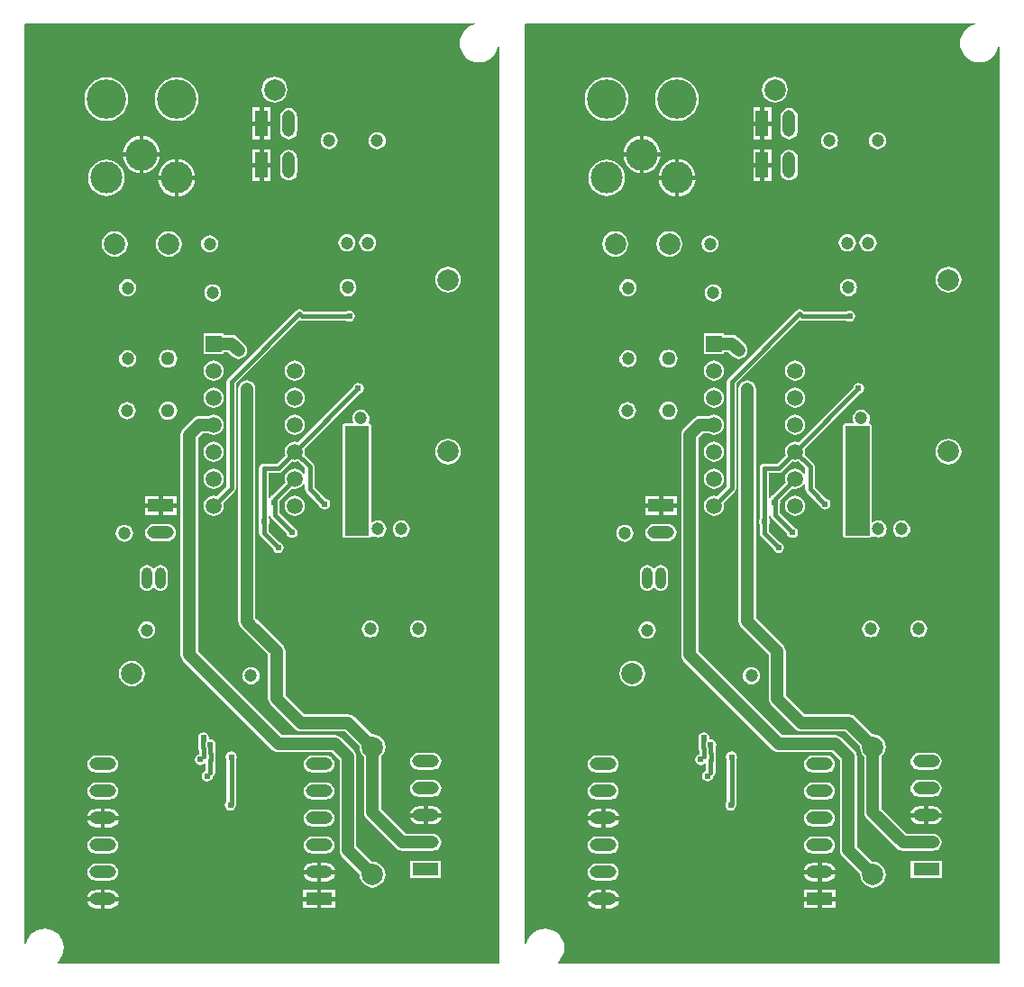
<source format=gbl>
%FSLAX23Y23*%
%MOIN*%
G70*
G01*
G75*
G04 Layer_Physical_Order=2*
G04 Layer_Color=16711680*
%ADD10O,0.024X0.075*%
%ADD11O,0.055X0.018*%
%ADD12O,0.018X0.055*%
%ADD13C,0.018*%
%ADD14C,0.047*%
%ADD15C,0.039*%
%ADD16C,0.024*%
%ADD17C,0.079*%
%ADD18R,0.098X0.047*%
%ADD19O,0.098X0.047*%
%ADD20C,0.047*%
%ADD21C,0.079*%
%ADD22C,0.118*%
%ADD23C,0.146*%
%ADD24C,0.051*%
%ADD25C,0.059*%
%ADD26R,0.059X0.059*%
%ADD27O,0.039X0.079*%
%ADD28O,0.039X0.079*%
%ADD29R,0.047X0.098*%
%ADD30O,0.047X0.098*%
%ADD31C,0.024*%
G36*
X1678Y3504D02*
X1666Y3501D01*
X1653Y3494D01*
X1643Y3485D01*
X1634Y3475D01*
X1627Y3462D01*
X1623Y3449D01*
X1622Y3435D01*
X1623Y3421D01*
X1627Y3408D01*
X1634Y3395D01*
X1643Y3385D01*
X1653Y3376D01*
X1666Y3369D01*
X1679Y3365D01*
X1693Y3364D01*
X1707Y3365D01*
X1720Y3369D01*
X1732Y3376D01*
X1743Y3385D01*
X1752Y3395D01*
X1759Y3408D01*
X1763Y3421D01*
X1768Y3421D01*
Y33D01*
X1764Y29D01*
X136Y29D01*
X134Y34D01*
X137Y36D01*
X146Y47D01*
X152Y59D01*
X156Y73D01*
X158Y87D01*
X156Y101D01*
X152Y114D01*
X146Y126D01*
X137Y137D01*
X126Y146D01*
X114Y152D01*
X101Y156D01*
X87Y158D01*
X73Y156D01*
X59Y152D01*
X47Y146D01*
X36Y137D01*
X27Y126D01*
X21Y114D01*
X17Y101D01*
X12Y101D01*
X12Y3506D01*
X15Y3509D01*
X1677D01*
X1678Y3504D01*
D02*
G37*
%LPC*%
G36*
X1522Y809D02*
X1471D01*
X1462Y808D01*
X1455Y805D01*
X1448Y800D01*
X1443Y793D01*
X1440Y786D01*
X1439Y778D01*
X1440Y769D01*
X1443Y762D01*
X1448Y755D01*
X1455Y750D01*
X1462Y747D01*
X1471Y746D01*
X1522D01*
X1530Y747D01*
X1538Y750D01*
X1544Y755D01*
X1549Y762D01*
X1553Y769D01*
X1554Y778D01*
X1553Y786D01*
X1549Y793D01*
X1544Y800D01*
X1538Y805D01*
X1530Y808D01*
X1522Y809D01*
D02*
G37*
G36*
X1128Y799D02*
X1077D01*
X1069Y798D01*
X1061Y795D01*
X1054Y790D01*
X1049Y783D01*
X1046Y776D01*
X1045Y767D01*
X1046Y759D01*
X1049Y751D01*
X1054Y745D01*
X1061Y740D01*
X1069Y737D01*
X1077Y736D01*
X1128D01*
X1136Y737D01*
X1144Y740D01*
X1150Y745D01*
X1155Y751D01*
X1159Y759D01*
X1160Y767D01*
X1159Y776D01*
X1155Y783D01*
X1150Y790D01*
X1144Y795D01*
X1136Y798D01*
X1128Y799D01*
D02*
G37*
G36*
X328D02*
X277D01*
X269Y798D01*
X261Y795D01*
X254Y790D01*
X249Y783D01*
X246Y776D01*
X245Y767D01*
X246Y759D01*
X249Y751D01*
X254Y745D01*
X261Y740D01*
X269Y737D01*
X277Y736D01*
X328D01*
X336Y737D01*
X344Y740D01*
X350Y745D01*
X355Y751D01*
X359Y759D01*
X360Y767D01*
X359Y776D01*
X355Y783D01*
X350Y790D01*
X344Y795D01*
X336Y798D01*
X328Y799D01*
D02*
G37*
G36*
X465Y1295D02*
X456Y1294D01*
X449Y1291D01*
X442Y1286D01*
X437Y1279D01*
X434Y1272D01*
X433Y1263D01*
X434Y1255D01*
X437Y1248D01*
X442Y1241D01*
X449Y1236D01*
X456Y1233D01*
X465Y1232D01*
X473Y1233D01*
X480Y1236D01*
X487Y1241D01*
X492Y1248D01*
X495Y1255D01*
X496Y1263D01*
X495Y1272D01*
X492Y1279D01*
X487Y1286D01*
X480Y1291D01*
X473Y1294D01*
X465Y1295D01*
D02*
G37*
G36*
X850Y1126D02*
X842Y1125D01*
X835Y1122D01*
X828Y1117D01*
X823Y1110D01*
X820Y1102D01*
X819Y1094D01*
X820Y1086D01*
X823Y1078D01*
X828Y1072D01*
X835Y1067D01*
X842Y1063D01*
X850Y1062D01*
X859Y1063D01*
X866Y1067D01*
X873Y1072D01*
X878Y1078D01*
X881Y1086D01*
X882Y1094D01*
X881Y1102D01*
X878Y1110D01*
X873Y1117D01*
X866Y1122D01*
X859Y1125D01*
X850Y1126D01*
D02*
G37*
G36*
X409Y1150D02*
X397Y1148D01*
X386Y1143D01*
X376Y1136D01*
X368Y1126D01*
X363Y1114D01*
X362Y1102D01*
X363Y1090D01*
X368Y1078D01*
X376Y1068D01*
X386Y1061D01*
X397Y1056D01*
X409Y1054D01*
X422Y1056D01*
X433Y1061D01*
X443Y1068D01*
X451Y1078D01*
X455Y1090D01*
X457Y1102D01*
X455Y1114D01*
X451Y1126D01*
X443Y1136D01*
X433Y1143D01*
X422Y1148D01*
X409Y1150D01*
D02*
G37*
G36*
X328Y699D02*
X277D01*
X269Y698D01*
X261Y695D01*
X254Y690D01*
X249Y683D01*
X246Y676D01*
X245Y667D01*
X246Y659D01*
X249Y651D01*
X254Y645D01*
X261Y640D01*
X269Y637D01*
X277Y636D01*
X328D01*
X336Y637D01*
X344Y640D01*
X350Y645D01*
X355Y651D01*
X359Y659D01*
X360Y667D01*
X359Y676D01*
X355Y683D01*
X350Y690D01*
X344Y695D01*
X336Y698D01*
X328Y699D01*
D02*
G37*
G36*
X777Y814D02*
X769Y812D01*
X762Y808D01*
X758Y801D01*
X756Y793D01*
X758Y785D01*
X760Y782D01*
Y630D01*
X759Y630D01*
X755Y623D01*
X753Y615D01*
X755Y607D01*
X759Y601D01*
X766Y596D01*
X774Y595D01*
X782Y596D01*
X788Y601D01*
X793Y607D01*
X794Y615D01*
X794Y618D01*
Y782D01*
X795Y785D01*
X797Y793D01*
X795Y801D01*
X791Y808D01*
X784Y812D01*
X777Y814D01*
D02*
G37*
G36*
X1522Y611D02*
X1504D01*
Y585D01*
X1555D01*
X1555Y586D01*
X1551Y595D01*
X1546Y602D01*
X1539Y607D01*
X1531Y610D01*
X1522Y611D01*
D02*
G37*
G36*
X674Y885D02*
X666Y883D01*
X660Y879D01*
X655Y872D01*
X654Y865D01*
X655Y858D01*
X655Y857D01*
X654Y851D01*
Y827D01*
X655Y820D01*
X657Y817D01*
Y803D01*
X655Y802D01*
X648Y798D01*
X644Y791D01*
X642Y784D01*
X644Y776D01*
X648Y769D01*
X655Y765D01*
X662Y763D01*
X670Y765D01*
X677Y769D01*
X678Y770D01*
X683Y769D01*
Y743D01*
X680Y742D01*
X674Y738D01*
X669Y731D01*
X668Y723D01*
X669Y716D01*
X674Y709D01*
X680Y705D01*
X688Y703D01*
X696Y705D01*
X703Y709D01*
X707Y716D01*
X708Y721D01*
X712Y724D01*
X716Y729D01*
X717Y736D01*
Y775D01*
X717Y775D01*
X718Y782D01*
Y806D01*
X717Y813D01*
X717Y813D01*
Y828D01*
X719Y831D01*
X720Y839D01*
X719Y847D01*
X714Y853D01*
X708Y858D01*
X700Y859D01*
X698Y859D01*
X694Y863D01*
X695Y865D01*
X693Y872D01*
X689Y879D01*
X682Y883D01*
X674Y885D01*
D02*
G37*
G36*
X1522Y709D02*
X1471D01*
X1462Y708D01*
X1455Y705D01*
X1448Y700D01*
X1443Y693D01*
X1440Y686D01*
X1439Y678D01*
X1440Y669D01*
X1443Y662D01*
X1448Y655D01*
X1455Y650D01*
X1462Y647D01*
X1471Y646D01*
X1522D01*
X1530Y647D01*
X1538Y650D01*
X1544Y655D01*
X1549Y662D01*
X1553Y669D01*
X1554Y678D01*
X1553Y686D01*
X1549Y693D01*
X1544Y700D01*
X1538Y705D01*
X1530Y708D01*
X1522Y709D01*
D02*
G37*
G36*
X1128Y699D02*
X1077D01*
X1069Y698D01*
X1061Y695D01*
X1054Y690D01*
X1049Y683D01*
X1046Y676D01*
X1045Y667D01*
X1046Y659D01*
X1049Y651D01*
X1054Y645D01*
X1061Y640D01*
X1069Y637D01*
X1077Y636D01*
X1128D01*
X1136Y637D01*
X1144Y640D01*
X1150Y645D01*
X1155Y651D01*
X1159Y659D01*
X1160Y667D01*
X1159Y676D01*
X1155Y683D01*
X1150Y690D01*
X1144Y695D01*
X1136Y698D01*
X1128Y699D01*
D02*
G37*
G36*
X508Y1716D02*
X457D01*
Y1690D01*
X508D01*
Y1716D01*
D02*
G37*
G36*
X1012Y1761D02*
X1002Y1760D01*
X993Y1756D01*
X986Y1750D01*
X980Y1742D01*
X976Y1733D01*
X974Y1723D01*
X976Y1713D01*
X980Y1704D01*
X986Y1697D01*
X993Y1691D01*
X1002Y1687D01*
X1012Y1686D01*
X1022Y1687D01*
X1031Y1691D01*
X1039Y1697D01*
X1045Y1704D01*
X1049Y1713D01*
X1050Y1723D01*
X1049Y1733D01*
X1045Y1742D01*
X1039Y1750D01*
X1031Y1756D01*
X1022Y1760D01*
X1012Y1761D01*
D02*
G37*
G36*
X1406Y1669D02*
X1397Y1668D01*
X1390Y1665D01*
X1383Y1660D01*
X1378Y1653D01*
X1375Y1646D01*
X1374Y1637D01*
X1375Y1629D01*
X1378Y1622D01*
X1383Y1615D01*
X1390Y1610D01*
X1397Y1607D01*
X1406Y1606D01*
X1414Y1607D01*
X1421Y1610D01*
X1428Y1615D01*
X1433Y1622D01*
X1436Y1629D01*
X1437Y1637D01*
X1436Y1646D01*
X1433Y1653D01*
X1428Y1660D01*
X1421Y1665D01*
X1414Y1668D01*
X1406Y1669D01*
D02*
G37*
G36*
X575Y1758D02*
X524D01*
Y1732D01*
X575D01*
Y1758D01*
D02*
G37*
G36*
X508D02*
X457D01*
Y1732D01*
X508D01*
Y1758D01*
D02*
G37*
G36*
X575Y1716D02*
X524D01*
Y1690D01*
X575D01*
Y1716D01*
D02*
G37*
G36*
X465Y1504D02*
X457Y1503D01*
X451Y1500D01*
X445Y1496D01*
X440Y1490D01*
X438Y1483D01*
X437Y1476D01*
Y1437D01*
X438Y1429D01*
X440Y1423D01*
X445Y1417D01*
X451Y1413D01*
X457Y1410D01*
X465Y1409D01*
X472Y1410D01*
X478Y1413D01*
X484Y1417D01*
X486Y1420D01*
X493D01*
X495Y1417D01*
X501Y1413D01*
X507Y1410D01*
X515Y1409D01*
X522Y1410D01*
X528Y1413D01*
X534Y1417D01*
X539Y1423D01*
X541Y1429D01*
X542Y1437D01*
Y1476D01*
X541Y1483D01*
X539Y1490D01*
X534Y1496D01*
X528Y1500D01*
X522Y1503D01*
X515Y1504D01*
X507Y1503D01*
X501Y1500D01*
X495Y1496D01*
X493Y1493D01*
X486D01*
X484Y1496D01*
X478Y1500D01*
X472Y1503D01*
X465Y1504D01*
D02*
G37*
G36*
X1469Y1299D02*
X1460Y1298D01*
X1453Y1295D01*
X1446Y1290D01*
X1441Y1283D01*
X1438Y1276D01*
X1437Y1267D01*
X1438Y1259D01*
X1441Y1251D01*
X1446Y1245D01*
X1453Y1240D01*
X1460Y1237D01*
X1469Y1236D01*
X1477Y1237D01*
X1484Y1240D01*
X1491Y1245D01*
X1496Y1251D01*
X1499Y1259D01*
X1500Y1267D01*
X1499Y1276D01*
X1496Y1283D01*
X1491Y1290D01*
X1484Y1295D01*
X1477Y1298D01*
X1469Y1299D01*
D02*
G37*
G36*
X1291D02*
X1283Y1298D01*
X1275Y1295D01*
X1269Y1290D01*
X1264Y1283D01*
X1261Y1276D01*
X1260Y1267D01*
X1261Y1259D01*
X1264Y1251D01*
X1269Y1245D01*
X1275Y1240D01*
X1283Y1237D01*
X1291Y1236D01*
X1300Y1237D01*
X1307Y1240D01*
X1314Y1245D01*
X1319Y1251D01*
X1322Y1259D01*
X1323Y1267D01*
X1322Y1276D01*
X1319Y1283D01*
X1314Y1290D01*
X1307Y1295D01*
X1300Y1298D01*
X1291Y1299D01*
D02*
G37*
G36*
X1256Y2079D02*
X1248Y2078D01*
X1240Y2074D01*
X1233Y2069D01*
X1228Y2063D01*
X1225Y2055D01*
X1224Y2047D01*
X1225Y2039D01*
X1228Y2033D01*
X1225Y2028D01*
X1198D01*
X1197Y2028D01*
X1196D01*
X1196Y2028D01*
X1196D01*
X1195Y2027D01*
X1195Y2027D01*
X1195Y2027D01*
X1194Y2027D01*
X1193Y2026D01*
X1193Y2026D01*
X1190Y2024D01*
X1190Y2023D01*
X1190Y2022D01*
X1190Y2022D01*
X1190Y2022D01*
X1189Y2021D01*
Y2021D01*
X1189Y2021D01*
Y2020D01*
X1189Y2019D01*
Y1613D01*
X1189Y1612D01*
Y1611D01*
X1189Y1611D01*
Y1611D01*
X1190Y1610D01*
X1190Y1610D01*
X1190Y1610D01*
X1190Y1609D01*
X1190Y1608D01*
X1190Y1608D01*
X1193Y1606D01*
X1194Y1605D01*
X1195Y1605D01*
X1195Y1605D01*
X1195Y1605D01*
X1196Y1604D01*
X1196D01*
X1196Y1604D01*
X1197D01*
X1198Y1604D01*
X1209D01*
X1209Y1604D01*
X1216D01*
X1216Y1604D01*
X1238D01*
X1238Y1604D01*
X1245D01*
X1245Y1604D01*
X1268D01*
X1268D01*
X1268Y1604D01*
X1275D01*
X1275Y1604D01*
X1286D01*
X1286Y1604D01*
X1287D01*
X1288Y1604D01*
X1288Y1604D01*
X1288D01*
X1289Y1605D01*
X1289Y1605D01*
X1289Y1605D01*
X1289Y1605D01*
X1291Y1606D01*
X1291Y1606D01*
X1291Y1606D01*
X1291Y1606D01*
X1291Y1606D01*
X1292Y1607D01*
X1292Y1607D01*
X1292Y1607D01*
X1292Y1607D01*
X1293Y1608D01*
X1293Y1608D01*
X1293Y1608D01*
X1293Y1608D01*
X1293Y1608D01*
X1293Y1609D01*
X1294Y1609D01*
X1294Y1610D01*
X1294Y1610D01*
X1294Y1610D01*
X1295Y1611D01*
X1296Y1612D01*
X1297Y1612D01*
X1299Y1613D01*
X1299Y1613D01*
X1303Y1610D01*
X1311Y1607D01*
X1319Y1606D01*
X1327Y1607D01*
X1335Y1610D01*
X1341Y1615D01*
X1346Y1622D01*
X1350Y1629D01*
X1351Y1637D01*
X1350Y1646D01*
X1346Y1653D01*
X1341Y1660D01*
X1335Y1665D01*
X1327Y1668D01*
X1319Y1669D01*
X1311Y1668D01*
X1303Y1665D01*
X1299Y1662D01*
X1294Y1665D01*
X1294Y2019D01*
X1294Y2020D01*
Y2021D01*
X1294Y2021D01*
Y2021D01*
X1294Y2022D01*
X1294Y2022D01*
X1294Y2022D01*
X1293Y2024D01*
X1293Y2024D01*
X1293Y2024D01*
X1291Y2026D01*
X1289Y2027D01*
X1289Y2027D01*
X1289Y2027D01*
X1289Y2027D01*
X1289Y2027D01*
X1289Y2027D01*
X1288Y2028D01*
X1287Y2028D01*
X1286Y2029D01*
X1285Y2031D01*
X1284Y2033D01*
X1287Y2039D01*
X1288Y2047D01*
X1287Y2055D01*
X1283Y2063D01*
X1278Y2069D01*
X1272Y2074D01*
X1264Y2078D01*
X1256Y2079D01*
D02*
G37*
G36*
X541Y1656D02*
X490D01*
X482Y1655D01*
X474Y1652D01*
X468Y1646D01*
X463Y1640D01*
X459Y1632D01*
X458Y1624D01*
X459Y1616D01*
X463Y1608D01*
X468Y1602D01*
X474Y1597D01*
X482Y1593D01*
X490Y1592D01*
X541D01*
X550Y1593D01*
X557Y1597D01*
X564Y1602D01*
X569Y1608D01*
X572Y1616D01*
X573Y1624D01*
X572Y1632D01*
X569Y1640D01*
X564Y1646D01*
X557Y1652D01*
X550Y1655D01*
X541Y1656D01*
D02*
G37*
G36*
X382Y1653D02*
X374Y1652D01*
X366Y1649D01*
X359Y1644D01*
X354Y1638D01*
X351Y1630D01*
X350Y1622D01*
X351Y1613D01*
X354Y1606D01*
X359Y1599D01*
X366Y1594D01*
X374Y1591D01*
X382Y1590D01*
X390Y1591D01*
X398Y1594D01*
X404Y1599D01*
X409Y1606D01*
X413Y1613D01*
X414Y1622D01*
X413Y1630D01*
X409Y1638D01*
X404Y1644D01*
X398Y1649D01*
X390Y1652D01*
X382Y1653D01*
D02*
G37*
G36*
X1488Y611D02*
X1471D01*
X1462Y610D01*
X1454Y607D01*
X1447Y602D01*
X1441Y595D01*
X1438Y586D01*
X1438Y585D01*
X1488D01*
Y611D01*
D02*
G37*
G36*
X1094Y359D02*
X1044D01*
X1044Y359D01*
X1047Y350D01*
X1053Y343D01*
X1060Y338D01*
X1068Y335D01*
X1077Y333D01*
X1094D01*
Y359D01*
D02*
G37*
G36*
X1162Y301D02*
X1110D01*
Y275D01*
X1162D01*
Y301D01*
D02*
G37*
G36*
X1094D02*
X1043D01*
Y275D01*
X1094D01*
Y301D01*
D02*
G37*
G36*
X1553Y409D02*
X1439D01*
Y346D01*
X1553D01*
Y409D01*
D02*
G37*
G36*
X328Y399D02*
X277D01*
X269Y398D01*
X261Y395D01*
X254Y390D01*
X249Y383D01*
X246Y376D01*
X245Y367D01*
X246Y359D01*
X249Y351D01*
X254Y345D01*
X261Y340D01*
X269Y337D01*
X277Y336D01*
X328D01*
X336Y337D01*
X344Y340D01*
X350Y345D01*
X355Y351D01*
X359Y359D01*
X360Y367D01*
X359Y376D01*
X355Y383D01*
X350Y390D01*
X344Y395D01*
X336Y398D01*
X328Y399D01*
D02*
G37*
G36*
X1161Y359D02*
X1110D01*
Y333D01*
X1128D01*
X1137Y335D01*
X1145Y338D01*
X1152Y343D01*
X1157Y350D01*
X1161Y359D01*
X1161Y359D01*
D02*
G37*
G36*
X1094Y259D02*
X1043D01*
Y234D01*
X1094D01*
Y259D01*
D02*
G37*
G36*
X361D02*
X310D01*
Y233D01*
X328D01*
X337Y235D01*
X345Y238D01*
X352Y243D01*
X357Y250D01*
X361Y259D01*
X361Y259D01*
D02*
G37*
G36*
X294D02*
X244D01*
X244Y259D01*
X247Y250D01*
X253Y243D01*
X260Y238D01*
X268Y235D01*
X277Y233D01*
X294D01*
Y259D01*
D02*
G37*
G36*
X328Y301D02*
X310D01*
Y275D01*
X361D01*
X361Y276D01*
X357Y284D01*
X352Y291D01*
X345Y297D01*
X337Y300D01*
X328Y301D01*
D02*
G37*
G36*
X294D02*
X277D01*
X268Y300D01*
X260Y297D01*
X253Y291D01*
X247Y284D01*
X244Y276D01*
X244Y275D01*
X294D01*
Y301D01*
D02*
G37*
G36*
X1162Y259D02*
X1110D01*
Y234D01*
X1162D01*
Y259D01*
D02*
G37*
G36*
X1488Y570D02*
X1438D01*
X1438Y569D01*
X1441Y561D01*
X1447Y554D01*
X1454Y548D01*
X1462Y545D01*
X1471Y544D01*
X1488D01*
Y570D01*
D02*
G37*
G36*
X1128Y599D02*
X1077D01*
X1069Y598D01*
X1061Y595D01*
X1054Y590D01*
X1049Y583D01*
X1046Y576D01*
X1045Y567D01*
X1046Y559D01*
X1049Y551D01*
X1054Y545D01*
X1061Y540D01*
X1069Y537D01*
X1077Y536D01*
X1128D01*
X1136Y537D01*
X1144Y540D01*
X1150Y545D01*
X1155Y551D01*
X1159Y559D01*
X1160Y567D01*
X1159Y576D01*
X1155Y583D01*
X1150Y590D01*
X1144Y595D01*
X1136Y598D01*
X1128Y599D01*
D02*
G37*
G36*
X361Y559D02*
X310D01*
Y533D01*
X328D01*
X337Y535D01*
X345Y538D01*
X352Y543D01*
X357Y550D01*
X361Y559D01*
X361Y559D01*
D02*
G37*
G36*
X328Y601D02*
X310D01*
Y575D01*
X361D01*
X361Y576D01*
X357Y584D01*
X352Y591D01*
X345Y597D01*
X337Y600D01*
X328Y601D01*
D02*
G37*
G36*
X294D02*
X277D01*
X268Y600D01*
X260Y597D01*
X253Y591D01*
X247Y584D01*
X244Y576D01*
X244Y575D01*
X294D01*
Y601D01*
D02*
G37*
G36*
X1555Y570D02*
X1504D01*
Y544D01*
X1522D01*
X1531Y545D01*
X1539Y548D01*
X1546Y554D01*
X1551Y561D01*
X1555Y569D01*
X1555Y570D01*
D02*
G37*
G36*
X328Y499D02*
X277D01*
X269Y498D01*
X261Y495D01*
X254Y490D01*
X249Y483D01*
X246Y476D01*
X245Y467D01*
X246Y459D01*
X249Y451D01*
X254Y445D01*
X261Y440D01*
X269Y437D01*
X277Y436D01*
X328D01*
X336Y437D01*
X344Y440D01*
X350Y445D01*
X355Y451D01*
X359Y459D01*
X360Y467D01*
X359Y476D01*
X355Y483D01*
X350Y490D01*
X344Y495D01*
X336Y498D01*
X328Y499D01*
D02*
G37*
G36*
X1128Y401D02*
X1110D01*
Y375D01*
X1161D01*
X1161Y376D01*
X1157Y384D01*
X1152Y391D01*
X1145Y397D01*
X1137Y400D01*
X1128Y401D01*
D02*
G37*
G36*
X1094D02*
X1077D01*
X1068Y400D01*
X1060Y397D01*
X1053Y391D01*
X1047Y384D01*
X1044Y376D01*
X1044Y375D01*
X1094D01*
Y401D01*
D02*
G37*
G36*
X294Y559D02*
X244D01*
X244Y559D01*
X247Y550D01*
X253Y543D01*
X260Y538D01*
X268Y535D01*
X277Y533D01*
X294D01*
Y559D01*
D02*
G37*
G36*
X835Y2187D02*
X826Y2186D01*
X819Y2183D01*
X812Y2178D01*
X807Y2171D01*
X804Y2164D01*
X803Y2156D01*
Y1295D01*
X804Y1287D01*
X807Y1279D01*
X812Y1272D01*
X828Y1257D01*
X913Y1171D01*
Y1010D01*
X914Y1002D01*
X917Y994D01*
X922Y987D01*
X1013Y897D01*
X1020Y892D01*
X1027Y889D01*
X1035Y888D01*
X1197D01*
X1252Y833D01*
X1252Y830D01*
X1253Y818D01*
X1258Y806D01*
X1266Y797D01*
X1268Y795D01*
Y589D01*
X1269Y580D01*
X1272Y573D01*
X1277Y566D01*
X1388Y455D01*
X1395Y450D01*
X1402Y447D01*
X1410Y446D01*
X1522D01*
X1530Y447D01*
X1538Y450D01*
X1544Y455D01*
X1549Y462D01*
X1553Y469D01*
X1554Y478D01*
X1553Y486D01*
X1549Y493D01*
X1544Y500D01*
X1538Y505D01*
X1530Y508D01*
X1522Y509D01*
X1424D01*
X1331Y602D01*
Y795D01*
X1333Y797D01*
X1341Y806D01*
X1345Y818D01*
X1347Y830D01*
X1345Y843D01*
X1341Y854D01*
X1333Y864D01*
X1323Y872D01*
X1312Y876D01*
X1299Y878D01*
X1297Y878D01*
X1233Y942D01*
X1226Y947D01*
X1219Y950D01*
X1210Y951D01*
X1049D01*
X977Y1023D01*
Y1185D01*
X976Y1193D01*
X972Y1201D01*
X967Y1207D01*
X873Y1302D01*
X866Y1308D01*
Y2156D01*
X865Y2164D01*
X862Y2171D01*
X857Y2178D01*
X851Y2183D01*
X843Y2186D01*
X835Y2187D01*
D02*
G37*
G36*
X1128Y499D02*
X1077D01*
X1069Y498D01*
X1061Y495D01*
X1054Y490D01*
X1049Y483D01*
X1046Y476D01*
X1045Y467D01*
X1046Y459D01*
X1049Y451D01*
X1054Y445D01*
X1061Y440D01*
X1069Y437D01*
X1077Y436D01*
X1128D01*
X1136Y437D01*
X1144Y440D01*
X1150Y445D01*
X1155Y451D01*
X1159Y459D01*
X1160Y467D01*
X1159Y476D01*
X1155Y483D01*
X1150Y490D01*
X1144Y495D01*
X1136Y498D01*
X1128Y499D01*
D02*
G37*
G36*
X583Y3005D02*
Y2944D01*
X643D01*
X643Y2950D01*
X639Y2963D01*
X632Y2975D01*
X624Y2986D01*
X613Y2994D01*
X601Y3001D01*
X588Y3005D01*
X583Y3005D01*
D02*
G37*
G36*
X567D02*
X561Y3005D01*
X548Y3001D01*
X536Y2994D01*
X526Y2986D01*
X517Y2975D01*
X511Y2963D01*
X507Y2950D01*
X506Y2944D01*
X567D01*
Y3005D01*
D02*
G37*
G36*
X990Y3041D02*
X982Y3040D01*
X974Y3037D01*
X967Y3032D01*
X962Y3025D01*
X959Y3018D01*
X958Y3009D01*
Y2958D01*
X959Y2950D01*
X962Y2942D01*
X967Y2936D01*
X974Y2931D01*
X982Y2928D01*
X990Y2927D01*
X998Y2928D01*
X1006Y2931D01*
X1012Y2936D01*
X1017Y2942D01*
X1020Y2950D01*
X1022Y2958D01*
Y3009D01*
X1020Y3018D01*
X1017Y3025D01*
X1012Y3032D01*
X1006Y3037D01*
X998Y3040D01*
X990Y3041D01*
D02*
G37*
G36*
X882Y3043D02*
X856D01*
Y2992D01*
X882D01*
Y3043D01*
D02*
G37*
G36*
X513Y3015D02*
X453D01*
Y2955D01*
X458Y2955D01*
X471Y2959D01*
X483Y2966D01*
X494Y2974D01*
X503Y2985D01*
X509Y2997D01*
X513Y3010D01*
X513Y3015D01*
D02*
G37*
G36*
X437D02*
X376D01*
X377Y3010D01*
X381Y2997D01*
X387Y2985D01*
X396Y2974D01*
X406Y2966D01*
X418Y2959D01*
X431Y2955D01*
X437Y2955D01*
Y3015D01*
D02*
G37*
G36*
X643Y2929D02*
X583D01*
Y2868D01*
X588Y2869D01*
X601Y2873D01*
X613Y2879D01*
X624Y2888D01*
X632Y2898D01*
X639Y2910D01*
X643Y2923D01*
X643Y2929D01*
D02*
G37*
G36*
X567D02*
X506D01*
X507Y2923D01*
X511Y2910D01*
X517Y2898D01*
X526Y2888D01*
X536Y2879D01*
X548Y2873D01*
X561Y2869D01*
X567Y2868D01*
Y2929D01*
D02*
G37*
G36*
X1281Y2728D02*
X1273Y2727D01*
X1266Y2724D01*
X1259Y2719D01*
X1254Y2712D01*
X1251Y2705D01*
X1250Y2696D01*
X1251Y2688D01*
X1254Y2681D01*
X1259Y2674D01*
X1266Y2669D01*
X1273Y2666D01*
X1281Y2665D01*
X1290Y2666D01*
X1297Y2669D01*
X1304Y2674D01*
X1309Y2681D01*
X1312Y2688D01*
X1313Y2696D01*
X1312Y2705D01*
X1309Y2712D01*
X1304Y2719D01*
X1297Y2724D01*
X1290Y2727D01*
X1281Y2728D01*
D02*
G37*
G36*
X923Y2976D02*
X898D01*
Y2925D01*
X923D01*
Y2976D01*
D02*
G37*
G36*
X882D02*
X856D01*
Y2925D01*
X882D01*
Y2976D01*
D02*
G37*
G36*
X315Y3004D02*
X302Y3003D01*
X289Y2999D01*
X278Y2993D01*
X267Y2984D01*
X259Y2974D01*
X253Y2962D01*
X249Y2950D01*
X248Y2937D01*
X249Y2923D01*
X253Y2911D01*
X259Y2899D01*
X267Y2889D01*
X278Y2881D01*
X289Y2874D01*
X302Y2871D01*
X315Y2869D01*
X328Y2871D01*
X341Y2874D01*
X352Y2881D01*
X363Y2889D01*
X371Y2899D01*
X377Y2911D01*
X381Y2923D01*
X382Y2937D01*
X381Y2950D01*
X377Y2962D01*
X371Y2974D01*
X363Y2984D01*
X352Y2993D01*
X341Y2999D01*
X328Y3003D01*
X315Y3004D01*
D02*
G37*
G36*
X923Y3043D02*
X898D01*
Y2992D01*
X923D01*
Y3043D01*
D02*
G37*
G36*
X923Y3197D02*
X898D01*
Y3145D01*
X923D01*
Y3197D01*
D02*
G37*
G36*
X882D02*
X856D01*
Y3145D01*
X882D01*
Y3197D01*
D02*
G37*
G36*
X990Y3195D02*
X982Y3194D01*
X974Y3191D01*
X967Y3185D01*
X962Y3179D01*
X959Y3171D01*
X958Y3163D01*
Y3112D01*
X959Y3104D01*
X962Y3096D01*
X967Y3089D01*
X974Y3084D01*
X982Y3081D01*
X990Y3080D01*
X998Y3081D01*
X1006Y3084D01*
X1012Y3089D01*
X1017Y3096D01*
X1020Y3104D01*
X1022Y3112D01*
Y3163D01*
X1020Y3171D01*
X1017Y3179D01*
X1012Y3185D01*
X1006Y3191D01*
X998Y3194D01*
X990Y3195D01*
D02*
G37*
G36*
X937Y3311D02*
X925Y3309D01*
X913Y3305D01*
X903Y3297D01*
X896Y3287D01*
X891Y3276D01*
X889Y3263D01*
X891Y3251D01*
X896Y3240D01*
X903Y3230D01*
X913Y3222D01*
X925Y3217D01*
X937Y3216D01*
X949Y3217D01*
X961Y3222D01*
X971Y3230D01*
X978Y3240D01*
X983Y3251D01*
X985Y3263D01*
X983Y3276D01*
X978Y3287D01*
X971Y3297D01*
X961Y3305D01*
X949Y3309D01*
X937Y3311D01*
D02*
G37*
G36*
X575Y3309D02*
X559Y3307D01*
X544Y3303D01*
X530Y3295D01*
X517Y3285D01*
X507Y3273D01*
X500Y3259D01*
X495Y3244D01*
X494Y3228D01*
X495Y3212D01*
X500Y3197D01*
X507Y3183D01*
X517Y3171D01*
X530Y3161D01*
X544Y3153D01*
X559Y3148D01*
X575Y3147D01*
X591Y3148D01*
X606Y3153D01*
X620Y3161D01*
X632Y3171D01*
X642Y3183D01*
X650Y3197D01*
X654Y3212D01*
X656Y3228D01*
X654Y3244D01*
X650Y3259D01*
X642Y3273D01*
X632Y3285D01*
X620Y3295D01*
X606Y3303D01*
X591Y3307D01*
X575Y3309D01*
D02*
G37*
G36*
X315D02*
X299Y3307D01*
X284Y3303D01*
X270Y3295D01*
X258Y3285D01*
X248Y3273D01*
X240Y3259D01*
X235Y3244D01*
X234Y3228D01*
X235Y3212D01*
X240Y3197D01*
X248Y3183D01*
X258Y3171D01*
X270Y3161D01*
X284Y3153D01*
X299Y3148D01*
X315Y3147D01*
X331Y3148D01*
X346Y3153D01*
X360Y3161D01*
X372Y3171D01*
X382Y3183D01*
X390Y3197D01*
X395Y3212D01*
X396Y3228D01*
X395Y3244D01*
X390Y3259D01*
X382Y3273D01*
X372Y3285D01*
X360Y3295D01*
X346Y3303D01*
X331Y3307D01*
X315Y3309D01*
D02*
G37*
G36*
X1139Y3106D02*
X1131Y3105D01*
X1123Y3102D01*
X1116Y3097D01*
X1111Y3090D01*
X1108Y3083D01*
X1107Y3074D01*
X1108Y3066D01*
X1111Y3059D01*
X1116Y3052D01*
X1123Y3047D01*
X1131Y3044D01*
X1139Y3043D01*
X1147Y3044D01*
X1155Y3047D01*
X1161Y3052D01*
X1166Y3059D01*
X1170Y3066D01*
X1171Y3074D01*
X1170Y3083D01*
X1166Y3090D01*
X1161Y3097D01*
X1155Y3102D01*
X1147Y3105D01*
X1139Y3106D01*
D02*
G37*
G36*
X453Y3092D02*
Y3031D01*
X513D01*
X513Y3037D01*
X509Y3050D01*
X503Y3062D01*
X494Y3072D01*
X483Y3081D01*
X471Y3087D01*
X458Y3091D01*
X453Y3092D01*
D02*
G37*
G36*
X437D02*
X431Y3091D01*
X418Y3087D01*
X406Y3081D01*
X396Y3072D01*
X387Y3062D01*
X381Y3050D01*
X377Y3037D01*
X376Y3031D01*
X437D01*
Y3092D01*
D02*
G37*
G36*
X923Y3130D02*
X898D01*
Y3078D01*
X923D01*
Y3130D01*
D02*
G37*
G36*
X882D02*
X856D01*
Y3078D01*
X882D01*
Y3130D01*
D02*
G37*
G36*
X1316Y3106D02*
X1308Y3105D01*
X1300Y3102D01*
X1294Y3097D01*
X1289Y3090D01*
X1285Y3083D01*
X1284Y3074D01*
X1285Y3066D01*
X1289Y3059D01*
X1294Y3052D01*
X1300Y3047D01*
X1308Y3044D01*
X1316Y3043D01*
X1324Y3044D01*
X1332Y3047D01*
X1339Y3052D01*
X1344Y3059D01*
X1347Y3066D01*
X1348Y3074D01*
X1347Y3083D01*
X1344Y3090D01*
X1339Y3097D01*
X1332Y3102D01*
X1324Y3105D01*
X1316Y3106D01*
D02*
G37*
G36*
X1205Y2728D02*
X1197Y2727D01*
X1189Y2724D01*
X1182Y2719D01*
X1177Y2712D01*
X1174Y2705D01*
X1173Y2696D01*
X1174Y2688D01*
X1177Y2681D01*
X1182Y2674D01*
X1189Y2669D01*
X1197Y2666D01*
X1205Y2665D01*
X1213Y2666D01*
X1221Y2669D01*
X1227Y2674D01*
X1232Y2681D01*
X1235Y2688D01*
X1236Y2696D01*
X1235Y2705D01*
X1232Y2712D01*
X1227Y2719D01*
X1221Y2724D01*
X1213Y2727D01*
X1205Y2728D01*
D02*
G37*
G36*
X392Y2107D02*
X384Y2106D01*
X376Y2103D01*
X369Y2098D01*
X364Y2091D01*
X361Y2083D01*
X360Y2075D01*
X361Y2067D01*
X364Y2059D01*
X369Y2053D01*
X376Y2048D01*
X384Y2045D01*
X392Y2043D01*
X400Y2045D01*
X408Y2048D01*
X414Y2053D01*
X419Y2059D01*
X422Y2067D01*
X424Y2075D01*
X422Y2083D01*
X419Y2091D01*
X414Y2098D01*
X408Y2103D01*
X400Y2106D01*
X392Y2107D01*
D02*
G37*
G36*
X543Y2109D02*
X535Y2108D01*
X526Y2104D01*
X519Y2099D01*
X514Y2092D01*
X511Y2084D01*
X510Y2075D01*
X511Y2066D01*
X514Y2058D01*
X519Y2051D01*
X526Y2046D01*
X535Y2043D01*
X543Y2041D01*
X552Y2043D01*
X560Y2046D01*
X567Y2051D01*
X573Y2058D01*
X576Y2066D01*
X577Y2075D01*
X576Y2084D01*
X573Y2092D01*
X567Y2099D01*
X560Y2104D01*
X552Y2108D01*
X543Y2109D01*
D02*
G37*
G36*
X712Y2161D02*
X702Y2160D01*
X693Y2156D01*
X686Y2150D01*
X680Y2142D01*
X676Y2133D01*
X674Y2123D01*
X676Y2113D01*
X680Y2104D01*
X686Y2097D01*
X693Y2091D01*
X702Y2087D01*
X712Y2086D01*
X722Y2087D01*
X731Y2091D01*
X739Y2097D01*
X745Y2104D01*
X749Y2113D01*
X750Y2123D01*
X749Y2133D01*
X745Y2142D01*
X739Y2150D01*
X731Y2156D01*
X722Y2160D01*
X712Y2161D01*
D02*
G37*
G36*
Y2261D02*
X702Y2260D01*
X693Y2256D01*
X686Y2250D01*
X680Y2242D01*
X676Y2233D01*
X674Y2223D01*
X676Y2213D01*
X680Y2204D01*
X686Y2197D01*
X693Y2191D01*
X702Y2187D01*
X712Y2186D01*
X722Y2187D01*
X731Y2191D01*
X739Y2197D01*
X745Y2204D01*
X749Y2213D01*
X750Y2223D01*
X749Y2233D01*
X745Y2242D01*
X739Y2250D01*
X731Y2256D01*
X722Y2260D01*
X712Y2261D01*
D02*
G37*
G36*
X1012Y2161D02*
X1002Y2160D01*
X993Y2156D01*
X986Y2150D01*
X980Y2142D01*
X976Y2133D01*
X974Y2123D01*
X976Y2113D01*
X980Y2104D01*
X986Y2097D01*
X993Y2091D01*
X1002Y2087D01*
X1012Y2086D01*
X1022Y2087D01*
X1031Y2091D01*
X1039Y2097D01*
X1045Y2104D01*
X1049Y2113D01*
X1050Y2123D01*
X1049Y2133D01*
X1045Y2142D01*
X1039Y2150D01*
X1031Y2156D01*
X1022Y2160D01*
X1012Y2161D01*
D02*
G37*
G36*
Y2061D02*
X1002Y2060D01*
X993Y2056D01*
X986Y2050D01*
X980Y2042D01*
X976Y2033D01*
X974Y2023D01*
X976Y2013D01*
X980Y2004D01*
X986Y1997D01*
X993Y1991D01*
X1002Y1987D01*
X1012Y1986D01*
X1022Y1987D01*
X1031Y1991D01*
X1039Y1997D01*
X1045Y2004D01*
X1049Y2013D01*
X1050Y2023D01*
X1049Y2033D01*
X1045Y2042D01*
X1039Y2050D01*
X1031Y2056D01*
X1022Y2060D01*
X1012Y2061D01*
D02*
G37*
G36*
X1579Y1971D02*
X1566Y1970D01*
X1555Y1965D01*
X1545Y1958D01*
X1537Y1948D01*
X1533Y1936D01*
X1531Y1924D01*
X1533Y1911D01*
X1537Y1900D01*
X1545Y1890D01*
X1555Y1883D01*
X1566Y1878D01*
X1579Y1876D01*
X1591Y1878D01*
X1603Y1883D01*
X1612Y1890D01*
X1620Y1900D01*
X1625Y1911D01*
X1626Y1924D01*
X1625Y1936D01*
X1620Y1948D01*
X1612Y1958D01*
X1603Y1965D01*
X1591Y1970D01*
X1579Y1971D01*
D02*
G37*
G36*
X712Y1861D02*
X702Y1860D01*
X693Y1856D01*
X686Y1850D01*
X680Y1842D01*
X676Y1833D01*
X674Y1823D01*
X676Y1813D01*
X680Y1804D01*
X686Y1797D01*
X693Y1791D01*
X702Y1787D01*
X712Y1786D01*
X722Y1787D01*
X731Y1791D01*
X739Y1797D01*
X745Y1804D01*
X749Y1813D01*
X750Y1823D01*
X749Y1833D01*
X745Y1842D01*
X739Y1850D01*
X731Y1856D01*
X722Y1860D01*
X712Y1861D01*
D02*
G37*
G36*
Y1961D02*
X702Y1960D01*
X693Y1956D01*
X686Y1950D01*
X680Y1942D01*
X676Y1933D01*
X674Y1923D01*
X676Y1913D01*
X680Y1904D01*
X686Y1897D01*
X693Y1891D01*
X702Y1887D01*
X712Y1886D01*
X722Y1887D01*
X731Y1891D01*
X739Y1897D01*
X745Y1904D01*
X749Y1913D01*
X750Y1923D01*
X749Y1933D01*
X745Y1942D01*
X739Y1950D01*
X731Y1956D01*
X722Y1960D01*
X712Y1961D01*
D02*
G37*
G36*
Y2061D02*
X702Y2060D01*
X693Y2056D01*
X692Y2055D01*
X659D01*
X651Y2054D01*
X643Y2051D01*
X637Y2046D01*
X600Y2009D01*
X595Y2002D01*
X591Y1994D01*
X590Y1986D01*
Y1172D01*
X591Y1163D01*
X595Y1156D01*
X600Y1149D01*
X929Y820D01*
X935Y815D01*
X943Y812D01*
X951Y811D01*
X1147D01*
X1177Y781D01*
Y449D01*
X1178Y440D01*
X1181Y433D01*
X1186Y426D01*
X1252Y360D01*
X1252Y358D01*
X1253Y346D01*
X1258Y334D01*
X1266Y324D01*
X1276Y317D01*
X1287Y312D01*
X1299Y310D01*
X1312Y312D01*
X1323Y317D01*
X1333Y324D01*
X1341Y334D01*
X1345Y346D01*
X1347Y358D01*
X1345Y370D01*
X1341Y382D01*
X1333Y392D01*
X1323Y399D01*
X1312Y404D01*
X1299Y406D01*
X1297Y405D01*
X1240Y462D01*
Y794D01*
X1239Y803D01*
X1236Y810D01*
X1231Y817D01*
X1183Y865D01*
X1176Y870D01*
X1169Y873D01*
X1161Y874D01*
X964D01*
X654Y1185D01*
Y1973D01*
X672Y1991D01*
X692D01*
X693Y1991D01*
X702Y1987D01*
X712Y1986D01*
X722Y1987D01*
X731Y1991D01*
X739Y1997D01*
X745Y2004D01*
X749Y2013D01*
X750Y2023D01*
X749Y2033D01*
X745Y2042D01*
X739Y2050D01*
X731Y2056D01*
X722Y2060D01*
X712Y2061D01*
D02*
G37*
G36*
X1246Y2178D02*
X1238Y2176D01*
X1232Y2172D01*
X1227Y2165D01*
X1226Y2162D01*
X1024Y1959D01*
X1022Y1960D01*
X1012Y1961D01*
X1002Y1960D01*
X993Y1956D01*
X986Y1950D01*
X980Y1942D01*
X976Y1933D01*
X974Y1923D01*
X976Y1913D01*
X977Y1912D01*
X944Y1879D01*
X897D01*
X891Y1877D01*
X885Y1874D01*
X882Y1868D01*
X880Y1862D01*
Y1674D01*
X880Y1673D01*
X878Y1665D01*
X880Y1657D01*
X880Y1656D01*
Y1622D01*
X882Y1615D01*
X885Y1610D01*
X931Y1564D01*
X932Y1561D01*
X936Y1554D01*
X943Y1550D01*
X951Y1548D01*
X959Y1550D01*
X965Y1554D01*
X970Y1561D01*
X971Y1569D01*
X970Y1576D01*
X965Y1583D01*
X959Y1587D01*
X955Y1588D01*
X915Y1629D01*
Y1653D01*
X918Y1657D01*
X919Y1665D01*
X918Y1673D01*
X915Y1677D01*
Y1716D01*
X920Y1719D01*
X920Y1719D01*
Y1689D01*
X921Y1682D01*
X925Y1677D01*
X982Y1619D01*
X983Y1616D01*
X987Y1610D01*
X994Y1605D01*
X1002Y1604D01*
X1010Y1605D01*
X1016Y1610D01*
X1021Y1616D01*
X1022Y1624D01*
X1021Y1632D01*
X1016Y1638D01*
X1010Y1643D01*
X1007Y1644D01*
X954Y1696D01*
Y1726D01*
X955Y1727D01*
X956Y1735D01*
X955Y1742D01*
X1001Y1788D01*
X1002Y1787D01*
X1012Y1786D01*
X1022Y1787D01*
X1031Y1791D01*
X1039Y1797D01*
X1045Y1804D01*
X1050Y1803D01*
Y1785D01*
X1051Y1779D01*
X1055Y1773D01*
X1102Y1726D01*
X1103Y1722D01*
X1108Y1716D01*
X1114Y1711D01*
X1122Y1710D01*
X1130Y1711D01*
X1137Y1716D01*
X1141Y1722D01*
X1143Y1730D01*
X1141Y1738D01*
X1137Y1745D01*
X1130Y1749D01*
X1127Y1750D01*
X1084Y1793D01*
Y1869D01*
X1083Y1875D01*
X1079Y1881D01*
X1048Y1912D01*
X1049Y1913D01*
X1050Y1923D01*
X1049Y1933D01*
X1048Y1935D01*
X1251Y2138D01*
X1254Y2138D01*
X1261Y2143D01*
X1265Y2149D01*
X1267Y2157D01*
X1265Y2165D01*
X1261Y2172D01*
X1254Y2176D01*
X1246Y2178D01*
D02*
G37*
G36*
X1012Y2261D02*
X1002Y2260D01*
X993Y2256D01*
X986Y2250D01*
X980Y2242D01*
X976Y2233D01*
X974Y2223D01*
X976Y2213D01*
X980Y2204D01*
X986Y2197D01*
X993Y2191D01*
X1002Y2187D01*
X1012Y2186D01*
X1022Y2187D01*
X1031Y2191D01*
X1039Y2197D01*
X1045Y2204D01*
X1049Y2213D01*
X1050Y2223D01*
X1049Y2233D01*
X1045Y2242D01*
X1039Y2250D01*
X1031Y2256D01*
X1022Y2260D01*
X1012Y2261D01*
D02*
G37*
G36*
X1579Y2608D02*
X1566Y2606D01*
X1555Y2601D01*
X1545Y2594D01*
X1537Y2584D01*
X1533Y2572D01*
X1531Y2560D01*
X1533Y2548D01*
X1537Y2536D01*
X1545Y2526D01*
X1555Y2519D01*
X1566Y2514D01*
X1579Y2512D01*
X1591Y2514D01*
X1603Y2519D01*
X1612Y2526D01*
X1620Y2536D01*
X1625Y2548D01*
X1626Y2560D01*
X1625Y2572D01*
X1620Y2584D01*
X1612Y2594D01*
X1603Y2601D01*
X1591Y2606D01*
X1579Y2608D01*
D02*
G37*
G36*
X1209Y2563D02*
X1200Y2562D01*
X1193Y2559D01*
X1186Y2554D01*
X1181Y2547D01*
X1178Y2539D01*
X1177Y2531D01*
X1178Y2523D01*
X1181Y2515D01*
X1186Y2509D01*
X1193Y2504D01*
X1200Y2500D01*
X1209Y2499D01*
X1217Y2500D01*
X1225Y2504D01*
X1231Y2509D01*
X1236Y2515D01*
X1239Y2523D01*
X1240Y2531D01*
X1239Y2539D01*
X1236Y2547D01*
X1231Y2554D01*
X1225Y2559D01*
X1217Y2562D01*
X1209Y2563D01*
D02*
G37*
G36*
X346Y2740D02*
X334Y2739D01*
X323Y2734D01*
X313Y2726D01*
X305Y2716D01*
X300Y2705D01*
X299Y2693D01*
X300Y2680D01*
X305Y2669D01*
X313Y2659D01*
X323Y2651D01*
X334Y2646D01*
X346Y2645D01*
X359Y2646D01*
X370Y2651D01*
X380Y2659D01*
X388Y2669D01*
X392Y2680D01*
X394Y2693D01*
X392Y2705D01*
X388Y2716D01*
X380Y2726D01*
X370Y2734D01*
X359Y2739D01*
X346Y2740D01*
D02*
G37*
G36*
X697Y2724D02*
X689Y2723D01*
X681Y2720D01*
X674Y2715D01*
X669Y2708D01*
X666Y2701D01*
X665Y2693D01*
X666Y2684D01*
X669Y2677D01*
X674Y2670D01*
X681Y2665D01*
X689Y2662D01*
X697Y2661D01*
X705Y2662D01*
X713Y2665D01*
X719Y2670D01*
X724Y2677D01*
X728Y2684D01*
X729Y2693D01*
X728Y2701D01*
X724Y2708D01*
X719Y2715D01*
X713Y2720D01*
X705Y2723D01*
X697Y2724D01*
D02*
G37*
G36*
X546Y2740D02*
X534Y2739D01*
X523Y2734D01*
X513Y2726D01*
X505Y2716D01*
X500Y2705D01*
X499Y2693D01*
X500Y2680D01*
X505Y2669D01*
X513Y2659D01*
X523Y2651D01*
X534Y2646D01*
X546Y2645D01*
X559Y2646D01*
X570Y2651D01*
X580Y2659D01*
X588Y2669D01*
X592Y2680D01*
X594Y2693D01*
X592Y2705D01*
X588Y2716D01*
X580Y2726D01*
X570Y2734D01*
X559Y2739D01*
X546Y2740D01*
D02*
G37*
G36*
X394Y2562D02*
X385Y2561D01*
X378Y2558D01*
X371Y2553D01*
X366Y2546D01*
X363Y2538D01*
X362Y2530D01*
X363Y2522D01*
X366Y2514D01*
X371Y2508D01*
X378Y2503D01*
X385Y2499D01*
X394Y2498D01*
X402Y2499D01*
X410Y2503D01*
X416Y2508D01*
X421Y2514D01*
X424Y2522D01*
X425Y2530D01*
X424Y2538D01*
X421Y2546D01*
X416Y2553D01*
X410Y2558D01*
X402Y2561D01*
X394Y2562D01*
D02*
G37*
G36*
X394Y2299D02*
X385Y2298D01*
X378Y2295D01*
X371Y2290D01*
X366Y2283D01*
X363Y2276D01*
X362Y2267D01*
X363Y2259D01*
X366Y2251D01*
X371Y2245D01*
X378Y2240D01*
X385Y2237D01*
X394Y2236D01*
X402Y2237D01*
X410Y2240D01*
X416Y2245D01*
X421Y2251D01*
X424Y2259D01*
X425Y2267D01*
X424Y2276D01*
X421Y2283D01*
X416Y2290D01*
X410Y2295D01*
X402Y2298D01*
X394Y2299D01*
D02*
G37*
G36*
X750Y2361D02*
X675D01*
Y2286D01*
X750D01*
Y2291D01*
X766D01*
X781Y2276D01*
X788Y2271D01*
X796Y2268D01*
X804Y2266D01*
X812Y2268D01*
X820Y2271D01*
X826Y2276D01*
X831Y2282D01*
X835Y2290D01*
X836Y2298D01*
X835Y2306D01*
X831Y2314D01*
X826Y2321D01*
X801Y2346D01*
X795Y2351D01*
X787Y2354D01*
X779Y2355D01*
X750D01*
Y2361D01*
D02*
G37*
G36*
X1029Y2451D02*
X1022Y2450D01*
X1017Y2446D01*
X765Y2194D01*
X761Y2188D01*
X760Y2182D01*
Y1795D01*
X724Y1759D01*
X722Y1760D01*
X712Y1761D01*
X702Y1760D01*
X693Y1756D01*
X686Y1750D01*
X680Y1742D01*
X676Y1733D01*
X674Y1723D01*
X676Y1713D01*
X680Y1704D01*
X686Y1697D01*
X693Y1691D01*
X702Y1687D01*
X712Y1686D01*
X722Y1687D01*
X731Y1691D01*
X739Y1697D01*
X745Y1704D01*
X749Y1713D01*
X750Y1723D01*
X749Y1733D01*
X748Y1735D01*
X789Y1776D01*
X793Y1781D01*
X794Y1788D01*
Y2175D01*
X1030Y2411D01*
X1031Y2409D01*
X1038Y2408D01*
X1203D01*
X1206Y2406D01*
X1214Y2405D01*
X1221Y2406D01*
X1228Y2411D01*
X1232Y2417D01*
X1234Y2425D01*
X1232Y2433D01*
X1228Y2440D01*
X1221Y2444D01*
X1214Y2446D01*
X1206Y2444D01*
X1203Y2442D01*
X1045D01*
X1041Y2446D01*
X1035Y2450D01*
X1029Y2451D01*
D02*
G37*
G36*
X709Y2543D02*
X700Y2542D01*
X693Y2539D01*
X686Y2534D01*
X681Y2527D01*
X678Y2520D01*
X677Y2511D01*
X678Y2503D01*
X681Y2496D01*
X686Y2489D01*
X693Y2484D01*
X700Y2481D01*
X709Y2480D01*
X717Y2481D01*
X725Y2484D01*
X731Y2489D01*
X736Y2496D01*
X739Y2503D01*
X740Y2511D01*
X739Y2520D01*
X736Y2527D01*
X731Y2534D01*
X725Y2539D01*
X717Y2542D01*
X709Y2543D01*
D02*
G37*
G36*
X543Y2301D02*
X535Y2300D01*
X526Y2297D01*
X519Y2291D01*
X514Y2284D01*
X511Y2276D01*
X510Y2267D01*
X511Y2259D01*
X514Y2250D01*
X519Y2243D01*
X526Y2238D01*
X535Y2235D01*
X543Y2234D01*
X552Y2235D01*
X560Y2238D01*
X567Y2243D01*
X573Y2250D01*
X576Y2259D01*
X577Y2267D01*
X576Y2276D01*
X573Y2284D01*
X567Y2291D01*
X560Y2297D01*
X552Y2300D01*
X543Y2301D01*
D02*
G37*
%LPD*%
G36*
X1286Y2020D02*
X1286Y2020D01*
X1286Y2019D01*
X1286Y1613D01*
X1286Y1612D01*
X1286Y1612D01*
X1286Y1612D01*
X1275D01*
X1275Y1612D01*
X1268D01*
X1268Y1612D01*
X1245D01*
X1245Y1612D01*
X1238D01*
X1238Y1612D01*
X1216D01*
X1216Y1612D01*
X1209D01*
X1209Y1612D01*
X1198D01*
X1197Y1612D01*
X1197Y1613D01*
Y2019D01*
X1197Y2020D01*
X1198Y2020D01*
X1286D01*
X1286Y2020D01*
D02*
G37*
G36*
X1050Y1861D02*
Y1843D01*
X1045Y1842D01*
X1039Y1850D01*
X1031Y1856D01*
X1022Y1860D01*
X1012Y1861D01*
X1002Y1860D01*
X993Y1856D01*
X986Y1850D01*
X980Y1842D01*
X976Y1833D01*
X974Y1823D01*
X976Y1813D01*
X977Y1812D01*
X927Y1762D01*
X925Y1761D01*
X921Y1755D01*
X921Y1752D01*
X920Y1751D01*
X915Y1753D01*
Y1845D01*
X951D01*
X957Y1846D01*
X963Y1850D01*
X1001Y1888D01*
X1002Y1887D01*
X1012Y1886D01*
X1022Y1887D01*
X1024Y1888D01*
X1050Y1861D01*
D02*
G37*
G36*
X3528Y3504D02*
X3516Y3501D01*
X3504Y3494D01*
X3493Y3485D01*
X3484Y3475D01*
X3478Y3462D01*
X3473Y3449D01*
X3472Y3435D01*
X3473Y3421D01*
X3478Y3408D01*
X3484Y3395D01*
X3493Y3385D01*
X3504Y3376D01*
X3516Y3369D01*
X3529Y3365D01*
X3543Y3364D01*
X3557Y3365D01*
X3571Y3369D01*
X3583Y3376D01*
X3594Y3385D01*
X3603Y3395D01*
X3609Y3408D01*
X3613Y3421D01*
X3618Y3421D01*
Y33D01*
X3615Y29D01*
X1986Y29D01*
X1984Y34D01*
X1987Y36D01*
X1996Y47D01*
X2003Y59D01*
X2007Y73D01*
X2008Y87D01*
X2007Y101D01*
X2003Y114D01*
X1996Y126D01*
X1987Y137D01*
X1977Y146D01*
X1964Y152D01*
X1951Y156D01*
X1937Y158D01*
X1923Y156D01*
X1910Y152D01*
X1897Y146D01*
X1887Y137D01*
X1878Y126D01*
X1871Y114D01*
X1867Y101D01*
X1862Y101D01*
X1862Y3506D01*
X1866Y3509D01*
X3527D01*
X3528Y3504D01*
D02*
G37*
%LPC*%
G36*
X3372Y809D02*
X3321D01*
X3313Y808D01*
X3305Y805D01*
X3299Y800D01*
X3294Y793D01*
X3290Y786D01*
X3289Y778D01*
X3290Y769D01*
X3294Y762D01*
X3299Y755D01*
X3305Y750D01*
X3313Y747D01*
X3321Y746D01*
X3372D01*
X3380Y747D01*
X3388Y750D01*
X3395Y755D01*
X3400Y762D01*
X3403Y769D01*
X3404Y778D01*
X3403Y786D01*
X3400Y793D01*
X3395Y800D01*
X3388Y805D01*
X3380Y808D01*
X3372Y809D01*
D02*
G37*
G36*
X2978Y799D02*
X2927D01*
X2919Y798D01*
X2911Y795D01*
X2905Y790D01*
X2900Y783D01*
X2896Y776D01*
X2895Y767D01*
X2896Y759D01*
X2900Y751D01*
X2905Y745D01*
X2911Y740D01*
X2919Y737D01*
X2927Y736D01*
X2978D01*
X2987Y737D01*
X2994Y740D01*
X3001Y745D01*
X3006Y751D01*
X3009Y759D01*
X3010Y767D01*
X3009Y776D01*
X3006Y783D01*
X3001Y790D01*
X2994Y795D01*
X2987Y798D01*
X2978Y799D01*
D02*
G37*
G36*
X2178D02*
X2127D01*
X2119Y798D01*
X2111Y795D01*
X2105Y790D01*
X2100Y783D01*
X2096Y776D01*
X2095Y767D01*
X2096Y759D01*
X2100Y751D01*
X2105Y745D01*
X2111Y740D01*
X2119Y737D01*
X2127Y736D01*
X2178D01*
X2187Y737D01*
X2194Y740D01*
X2201Y745D01*
X2206Y751D01*
X2209Y759D01*
X2210Y767D01*
X2209Y776D01*
X2206Y783D01*
X2201Y790D01*
X2194Y795D01*
X2187Y798D01*
X2178Y799D01*
D02*
G37*
G36*
X2315Y1295D02*
X2307Y1294D01*
X2299Y1291D01*
X2292Y1286D01*
X2287Y1279D01*
X2284Y1272D01*
X2283Y1263D01*
X2284Y1255D01*
X2287Y1248D01*
X2292Y1241D01*
X2299Y1236D01*
X2307Y1233D01*
X2315Y1232D01*
X2323Y1233D01*
X2331Y1236D01*
X2337Y1241D01*
X2342Y1248D01*
X2346Y1255D01*
X2347Y1263D01*
X2346Y1272D01*
X2342Y1279D01*
X2337Y1286D01*
X2331Y1291D01*
X2323Y1294D01*
X2315Y1295D01*
D02*
G37*
G36*
X2701Y1126D02*
X2693Y1125D01*
X2685Y1122D01*
X2678Y1117D01*
X2673Y1110D01*
X2670Y1102D01*
X2669Y1094D01*
X2670Y1086D01*
X2673Y1078D01*
X2678Y1072D01*
X2685Y1067D01*
X2693Y1063D01*
X2701Y1062D01*
X2709Y1063D01*
X2717Y1067D01*
X2723Y1072D01*
X2728Y1078D01*
X2731Y1086D01*
X2733Y1094D01*
X2731Y1102D01*
X2728Y1110D01*
X2723Y1117D01*
X2717Y1122D01*
X2709Y1125D01*
X2701Y1126D01*
D02*
G37*
G36*
X2260Y1150D02*
X2248Y1148D01*
X2236Y1143D01*
X2226Y1136D01*
X2219Y1126D01*
X2214Y1114D01*
X2212Y1102D01*
X2214Y1090D01*
X2219Y1078D01*
X2226Y1068D01*
X2236Y1061D01*
X2248Y1056D01*
X2260Y1054D01*
X2272Y1056D01*
X2284Y1061D01*
X2294Y1068D01*
X2301Y1078D01*
X2306Y1090D01*
X2307Y1102D01*
X2306Y1114D01*
X2301Y1126D01*
X2294Y1136D01*
X2284Y1143D01*
X2272Y1148D01*
X2260Y1150D01*
D02*
G37*
G36*
X2178Y699D02*
X2127D01*
X2119Y698D01*
X2111Y695D01*
X2105Y690D01*
X2100Y683D01*
X2096Y676D01*
X2095Y667D01*
X2096Y659D01*
X2100Y651D01*
X2105Y645D01*
X2111Y640D01*
X2119Y637D01*
X2127Y636D01*
X2178D01*
X2187Y637D01*
X2194Y640D01*
X2201Y645D01*
X2206Y651D01*
X2209Y659D01*
X2210Y667D01*
X2209Y676D01*
X2206Y683D01*
X2201Y690D01*
X2194Y695D01*
X2187Y698D01*
X2178Y699D01*
D02*
G37*
G36*
X2627Y814D02*
X2619Y812D01*
X2612Y808D01*
X2608Y801D01*
X2606Y793D01*
X2608Y785D01*
X2610Y782D01*
Y630D01*
X2610Y630D01*
X2605Y623D01*
X2604Y615D01*
X2605Y607D01*
X2610Y601D01*
X2616Y596D01*
X2624Y595D01*
X2632Y596D01*
X2639Y601D01*
X2643Y607D01*
X2645Y615D01*
X2644Y618D01*
Y782D01*
X2646Y785D01*
X2647Y793D01*
X2646Y801D01*
X2641Y808D01*
X2635Y812D01*
X2627Y814D01*
D02*
G37*
G36*
X3372Y611D02*
X3355D01*
Y585D01*
X3405D01*
X3405Y586D01*
X3402Y595D01*
X3396Y602D01*
X3389Y607D01*
X3381Y610D01*
X3372Y611D01*
D02*
G37*
G36*
X2525Y885D02*
X2517Y883D01*
X2510Y879D01*
X2506Y872D01*
X2504Y865D01*
X2506Y858D01*
X2505Y857D01*
X2504Y851D01*
Y827D01*
X2505Y820D01*
X2508Y817D01*
Y803D01*
X2505Y802D01*
X2498Y798D01*
X2494Y791D01*
X2492Y784D01*
X2494Y776D01*
X2498Y769D01*
X2505Y765D01*
X2513Y763D01*
X2521Y765D01*
X2527Y769D01*
X2528Y770D01*
X2533Y769D01*
Y743D01*
X2531Y742D01*
X2524Y738D01*
X2520Y731D01*
X2518Y723D01*
X2520Y716D01*
X2524Y709D01*
X2531Y705D01*
X2538Y703D01*
X2546Y705D01*
X2553Y709D01*
X2557Y716D01*
X2558Y721D01*
X2562Y724D01*
X2566Y729D01*
X2567Y736D01*
Y775D01*
X2567Y775D01*
X2569Y782D01*
Y806D01*
X2567Y813D01*
X2567Y813D01*
Y828D01*
X2569Y831D01*
X2571Y839D01*
X2569Y847D01*
X2565Y853D01*
X2558Y858D01*
X2550Y859D01*
X2548Y859D01*
X2545Y863D01*
X2545Y865D01*
X2544Y872D01*
X2539Y879D01*
X2532Y883D01*
X2525Y885D01*
D02*
G37*
G36*
X3372Y709D02*
X3321D01*
X3313Y708D01*
X3305Y705D01*
X3299Y700D01*
X3294Y693D01*
X3290Y686D01*
X3289Y678D01*
X3290Y669D01*
X3294Y662D01*
X3299Y655D01*
X3305Y650D01*
X3313Y647D01*
X3321Y646D01*
X3372D01*
X3380Y647D01*
X3388Y650D01*
X3395Y655D01*
X3400Y662D01*
X3403Y669D01*
X3404Y678D01*
X3403Y686D01*
X3400Y693D01*
X3395Y700D01*
X3388Y705D01*
X3380Y708D01*
X3372Y709D01*
D02*
G37*
G36*
X2978Y699D02*
X2927D01*
X2919Y698D01*
X2911Y695D01*
X2905Y690D01*
X2900Y683D01*
X2896Y676D01*
X2895Y667D01*
X2896Y659D01*
X2900Y651D01*
X2905Y645D01*
X2911Y640D01*
X2919Y637D01*
X2927Y636D01*
X2978D01*
X2987Y637D01*
X2994Y640D01*
X3001Y645D01*
X3006Y651D01*
X3009Y659D01*
X3010Y667D01*
X3009Y676D01*
X3006Y683D01*
X3001Y690D01*
X2994Y695D01*
X2987Y698D01*
X2978Y699D01*
D02*
G37*
G36*
X2358Y1716D02*
X2307D01*
Y1690D01*
X2358D01*
Y1716D01*
D02*
G37*
G36*
X2863Y1761D02*
X2853Y1760D01*
X2844Y1756D01*
X2836Y1750D01*
X2830Y1742D01*
X2826Y1733D01*
X2825Y1723D01*
X2826Y1713D01*
X2830Y1704D01*
X2836Y1697D01*
X2844Y1691D01*
X2853Y1687D01*
X2863Y1686D01*
X2872Y1687D01*
X2881Y1691D01*
X2889Y1697D01*
X2895Y1704D01*
X2899Y1713D01*
X2900Y1723D01*
X2899Y1733D01*
X2895Y1742D01*
X2889Y1750D01*
X2881Y1756D01*
X2872Y1760D01*
X2863Y1761D01*
D02*
G37*
G36*
X3256Y1669D02*
X3248Y1668D01*
X3240Y1665D01*
X3233Y1660D01*
X3228Y1653D01*
X3225Y1646D01*
X3224Y1637D01*
X3225Y1629D01*
X3228Y1622D01*
X3233Y1615D01*
X3240Y1610D01*
X3248Y1607D01*
X3256Y1606D01*
X3264Y1607D01*
X3272Y1610D01*
X3278Y1615D01*
X3283Y1622D01*
X3287Y1629D01*
X3288Y1637D01*
X3287Y1646D01*
X3283Y1653D01*
X3278Y1660D01*
X3272Y1665D01*
X3264Y1668D01*
X3256Y1669D01*
D02*
G37*
G36*
X2425Y1758D02*
X2374D01*
Y1732D01*
X2425D01*
Y1758D01*
D02*
G37*
G36*
X2358D02*
X2307D01*
Y1732D01*
X2358D01*
Y1758D01*
D02*
G37*
G36*
X2425Y1716D02*
X2374D01*
Y1690D01*
X2425D01*
Y1716D01*
D02*
G37*
G36*
X2315Y1504D02*
X2308Y1503D01*
X2301Y1500D01*
X2295Y1496D01*
X2291Y1490D01*
X2288Y1483D01*
X2287Y1476D01*
Y1437D01*
X2288Y1429D01*
X2291Y1423D01*
X2295Y1417D01*
X2301Y1413D01*
X2308Y1410D01*
X2315Y1409D01*
X2322Y1410D01*
X2329Y1413D01*
X2335Y1417D01*
X2337Y1420D01*
X2343D01*
X2345Y1417D01*
X2351Y1413D01*
X2358Y1410D01*
X2365Y1409D01*
X2372Y1410D01*
X2379Y1413D01*
X2385Y1417D01*
X2389Y1423D01*
X2392Y1429D01*
X2393Y1437D01*
Y1476D01*
X2392Y1483D01*
X2389Y1490D01*
X2385Y1496D01*
X2379Y1500D01*
X2372Y1503D01*
X2365Y1504D01*
X2358Y1503D01*
X2351Y1500D01*
X2345Y1496D01*
X2343Y1493D01*
X2337D01*
X2335Y1496D01*
X2329Y1500D01*
X2322Y1503D01*
X2315Y1504D01*
D02*
G37*
G36*
X3319Y1299D02*
X3311Y1298D01*
X3303Y1295D01*
X3296Y1290D01*
X3291Y1283D01*
X3288Y1276D01*
X3287Y1267D01*
X3288Y1259D01*
X3291Y1251D01*
X3296Y1245D01*
X3303Y1240D01*
X3311Y1237D01*
X3319Y1236D01*
X3327Y1237D01*
X3335Y1240D01*
X3341Y1245D01*
X3346Y1251D01*
X3350Y1259D01*
X3351Y1267D01*
X3350Y1276D01*
X3346Y1283D01*
X3341Y1290D01*
X3335Y1295D01*
X3327Y1298D01*
X3319Y1299D01*
D02*
G37*
G36*
X3142D02*
X3134Y1298D01*
X3126Y1295D01*
X3119Y1290D01*
X3114Y1283D01*
X3111Y1276D01*
X3110Y1267D01*
X3111Y1259D01*
X3114Y1251D01*
X3119Y1245D01*
X3126Y1240D01*
X3134Y1237D01*
X3142Y1236D01*
X3150Y1237D01*
X3158Y1240D01*
X3164Y1245D01*
X3169Y1251D01*
X3172Y1259D01*
X3174Y1267D01*
X3172Y1276D01*
X3169Y1283D01*
X3164Y1290D01*
X3158Y1295D01*
X3150Y1298D01*
X3142Y1299D01*
D02*
G37*
G36*
X3106Y2079D02*
X3098Y2078D01*
X3090Y2074D01*
X3084Y2069D01*
X3079Y2063D01*
X3076Y2055D01*
X3075Y2047D01*
X3076Y2039D01*
X3078Y2033D01*
X3075Y2028D01*
X3048D01*
X3047Y2028D01*
X3047D01*
X3046Y2028D01*
X3046D01*
X3045Y2027D01*
X3045Y2027D01*
X3045Y2027D01*
X3044Y2027D01*
X3043Y2026D01*
X3043Y2026D01*
X3041Y2024D01*
X3040Y2023D01*
X3040Y2022D01*
X3040Y2022D01*
X3040Y2022D01*
X3040Y2021D01*
Y2021D01*
X3040Y2021D01*
Y2020D01*
X3039Y2019D01*
Y1613D01*
X3040Y1612D01*
Y1611D01*
X3040Y1611D01*
Y1611D01*
X3040Y1610D01*
X3040Y1610D01*
X3040Y1610D01*
X3040Y1609D01*
X3041Y1608D01*
X3041Y1608D01*
X3043Y1606D01*
X3044Y1605D01*
X3045Y1605D01*
X3045Y1605D01*
X3045Y1605D01*
X3046Y1604D01*
X3046D01*
X3047Y1604D01*
X3047D01*
X3048Y1604D01*
X3060D01*
X3060Y1604D01*
X3066D01*
X3066Y1604D01*
X3089D01*
X3089Y1604D01*
X3095D01*
X3095Y1604D01*
X3119D01*
X3119D01*
X3119Y1604D01*
X3125D01*
X3125Y1604D01*
X3136D01*
X3137Y1604D01*
X3138D01*
X3138Y1604D01*
X3138Y1604D01*
X3138D01*
X3139Y1605D01*
X3139Y1605D01*
X3139Y1605D01*
X3140Y1605D01*
X3141Y1606D01*
X3141Y1606D01*
X3141Y1606D01*
X3142Y1606D01*
X3142Y1606D01*
X3142Y1607D01*
X3142Y1607D01*
X3142Y1607D01*
X3143Y1607D01*
X3143Y1608D01*
X3143Y1608D01*
X3143Y1608D01*
X3143Y1608D01*
X3144Y1608D01*
X3144Y1609D01*
X3144Y1609D01*
X3144Y1610D01*
X3144Y1610D01*
X3144Y1610D01*
X3146Y1611D01*
X3146Y1612D01*
X3147Y1612D01*
X3149Y1613D01*
X3150Y1613D01*
X3153Y1610D01*
X3161Y1607D01*
X3169Y1606D01*
X3178Y1607D01*
X3185Y1610D01*
X3192Y1615D01*
X3197Y1622D01*
X3200Y1629D01*
X3201Y1637D01*
X3200Y1646D01*
X3197Y1653D01*
X3192Y1660D01*
X3185Y1665D01*
X3178Y1668D01*
X3169Y1669D01*
X3161Y1668D01*
X3153Y1665D01*
X3150Y1662D01*
X3145Y1665D01*
X3145Y2019D01*
X3145Y2020D01*
Y2021D01*
X3145Y2021D01*
Y2021D01*
X3144Y2022D01*
X3144Y2022D01*
X3144Y2022D01*
X3143Y2024D01*
X3143Y2024D01*
X3143Y2024D01*
X3141Y2026D01*
X3139Y2027D01*
X3139Y2027D01*
X3139Y2027D01*
X3139Y2027D01*
X3139Y2027D01*
X3139Y2027D01*
X3138Y2028D01*
X3138Y2028D01*
X3136Y2029D01*
X3135Y2031D01*
X3135Y2033D01*
X3137Y2039D01*
X3138Y2047D01*
X3137Y2055D01*
X3134Y2063D01*
X3129Y2069D01*
X3122Y2074D01*
X3115Y2078D01*
X3106Y2079D01*
D02*
G37*
G36*
X2392Y1656D02*
X2341D01*
X2332Y1655D01*
X2325Y1652D01*
X2318Y1646D01*
X2313Y1640D01*
X2310Y1632D01*
X2309Y1624D01*
X2310Y1616D01*
X2313Y1608D01*
X2318Y1602D01*
X2325Y1597D01*
X2332Y1593D01*
X2341Y1592D01*
X2392D01*
X2400Y1593D01*
X2408Y1597D01*
X2414Y1602D01*
X2419Y1608D01*
X2422Y1616D01*
X2424Y1624D01*
X2422Y1632D01*
X2419Y1640D01*
X2414Y1646D01*
X2408Y1652D01*
X2400Y1655D01*
X2392Y1656D01*
D02*
G37*
G36*
X2232Y1653D02*
X2224Y1652D01*
X2216Y1649D01*
X2210Y1644D01*
X2205Y1638D01*
X2202Y1630D01*
X2201Y1622D01*
X2202Y1613D01*
X2205Y1606D01*
X2210Y1599D01*
X2216Y1594D01*
X2224Y1591D01*
X2232Y1590D01*
X2241Y1591D01*
X2248Y1594D01*
X2255Y1599D01*
X2260Y1606D01*
X2263Y1613D01*
X2264Y1622D01*
X2263Y1630D01*
X2260Y1638D01*
X2255Y1644D01*
X2248Y1649D01*
X2241Y1652D01*
X2232Y1653D01*
D02*
G37*
G36*
X3339Y611D02*
X3321D01*
X3312Y610D01*
X3304Y607D01*
X3297Y602D01*
X3292Y595D01*
X3288Y586D01*
X3288Y585D01*
X3339D01*
Y611D01*
D02*
G37*
G36*
X2945Y359D02*
X2894D01*
X2894Y359D01*
X2898Y350D01*
X2903Y343D01*
X2910Y338D01*
X2918Y335D01*
X2927Y333D01*
X2945D01*
Y359D01*
D02*
G37*
G36*
X3012Y301D02*
X2961D01*
Y275D01*
X3012D01*
Y301D01*
D02*
G37*
G36*
X2945D02*
X2894D01*
Y275D01*
X2945D01*
Y301D01*
D02*
G37*
G36*
X3404Y409D02*
X3290D01*
Y346D01*
X3404D01*
Y409D01*
D02*
G37*
G36*
X2178Y399D02*
X2127D01*
X2119Y398D01*
X2111Y395D01*
X2105Y390D01*
X2100Y383D01*
X2096Y376D01*
X2095Y367D01*
X2096Y359D01*
X2100Y351D01*
X2105Y345D01*
X2111Y340D01*
X2119Y337D01*
X2127Y336D01*
X2178D01*
X2187Y337D01*
X2194Y340D01*
X2201Y345D01*
X2206Y351D01*
X2209Y359D01*
X2210Y367D01*
X2209Y376D01*
X2206Y383D01*
X2201Y390D01*
X2194Y395D01*
X2187Y398D01*
X2178Y399D01*
D02*
G37*
G36*
X3011Y359D02*
X2961D01*
Y333D01*
X2978D01*
X2987Y335D01*
X2995Y338D01*
X3002Y343D01*
X3008Y350D01*
X3011Y359D01*
X3011Y359D01*
D02*
G37*
G36*
X2945Y259D02*
X2894D01*
Y234D01*
X2945D01*
Y259D01*
D02*
G37*
G36*
X2211D02*
X2161D01*
Y233D01*
X2178D01*
X2187Y235D01*
X2195Y238D01*
X2202Y243D01*
X2208Y250D01*
X2211Y259D01*
X2211Y259D01*
D02*
G37*
G36*
X2145D02*
X2094D01*
X2094Y259D01*
X2098Y250D01*
X2103Y243D01*
X2110Y238D01*
X2118Y235D01*
X2127Y233D01*
X2145D01*
Y259D01*
D02*
G37*
G36*
X2178Y301D02*
X2161D01*
Y275D01*
X2211D01*
X2211Y276D01*
X2208Y284D01*
X2202Y291D01*
X2195Y297D01*
X2187Y300D01*
X2178Y301D01*
D02*
G37*
G36*
X2145D02*
X2127D01*
X2118Y300D01*
X2110Y297D01*
X2103Y291D01*
X2098Y284D01*
X2094Y276D01*
X2094Y275D01*
X2145D01*
Y301D01*
D02*
G37*
G36*
X3012Y259D02*
X2961D01*
Y234D01*
X3012D01*
Y259D01*
D02*
G37*
G36*
X3339Y570D02*
X3288D01*
X3288Y569D01*
X3292Y561D01*
X3297Y554D01*
X3304Y548D01*
X3312Y545D01*
X3321Y544D01*
X3339D01*
Y570D01*
D02*
G37*
G36*
X2978Y599D02*
X2927D01*
X2919Y598D01*
X2911Y595D01*
X2905Y590D01*
X2900Y583D01*
X2896Y576D01*
X2895Y567D01*
X2896Y559D01*
X2900Y551D01*
X2905Y545D01*
X2911Y540D01*
X2919Y537D01*
X2927Y536D01*
X2978D01*
X2987Y537D01*
X2994Y540D01*
X3001Y545D01*
X3006Y551D01*
X3009Y559D01*
X3010Y567D01*
X3009Y576D01*
X3006Y583D01*
X3001Y590D01*
X2994Y595D01*
X2987Y598D01*
X2978Y599D01*
D02*
G37*
G36*
X2211Y559D02*
X2161D01*
Y533D01*
X2178D01*
X2187Y535D01*
X2195Y538D01*
X2202Y543D01*
X2208Y550D01*
X2211Y559D01*
X2211Y559D01*
D02*
G37*
G36*
X2178Y601D02*
X2161D01*
Y575D01*
X2211D01*
X2211Y576D01*
X2208Y584D01*
X2202Y591D01*
X2195Y597D01*
X2187Y600D01*
X2178Y601D01*
D02*
G37*
G36*
X2145D02*
X2127D01*
X2118Y600D01*
X2110Y597D01*
X2103Y591D01*
X2098Y584D01*
X2094Y576D01*
X2094Y575D01*
X2145D01*
Y601D01*
D02*
G37*
G36*
X3405Y570D02*
X3355D01*
Y544D01*
X3372D01*
X3381Y545D01*
X3389Y548D01*
X3396Y554D01*
X3402Y561D01*
X3405Y569D01*
X3405Y570D01*
D02*
G37*
G36*
X2178Y499D02*
X2127D01*
X2119Y498D01*
X2111Y495D01*
X2105Y490D01*
X2100Y483D01*
X2096Y476D01*
X2095Y467D01*
X2096Y459D01*
X2100Y451D01*
X2105Y445D01*
X2111Y440D01*
X2119Y437D01*
X2127Y436D01*
X2178D01*
X2187Y437D01*
X2194Y440D01*
X2201Y445D01*
X2206Y451D01*
X2209Y459D01*
X2210Y467D01*
X2209Y476D01*
X2206Y483D01*
X2201Y490D01*
X2194Y495D01*
X2187Y498D01*
X2178Y499D01*
D02*
G37*
G36*
X2978Y401D02*
X2961D01*
Y375D01*
X3011D01*
X3011Y376D01*
X3008Y384D01*
X3002Y391D01*
X2995Y397D01*
X2987Y400D01*
X2978Y401D01*
D02*
G37*
G36*
X2945D02*
X2927D01*
X2918Y400D01*
X2910Y397D01*
X2903Y391D01*
X2898Y384D01*
X2894Y376D01*
X2894Y375D01*
X2945D01*
Y401D01*
D02*
G37*
G36*
X2145Y559D02*
X2094D01*
X2094Y559D01*
X2098Y550D01*
X2103Y543D01*
X2110Y538D01*
X2118Y535D01*
X2127Y533D01*
X2145D01*
Y559D01*
D02*
G37*
G36*
X2685Y2187D02*
X2677Y2186D01*
X2669Y2183D01*
X2663Y2178D01*
X2658Y2171D01*
X2654Y2164D01*
X2653Y2156D01*
Y1295D01*
X2654Y1287D01*
X2658Y1279D01*
X2663Y1272D01*
X2678Y1257D01*
X2764Y1171D01*
Y1010D01*
X2765Y1002D01*
X2768Y994D01*
X2773Y987D01*
X2863Y897D01*
X2870Y892D01*
X2878Y889D01*
X2886Y888D01*
X3048D01*
X3102Y833D01*
X3102Y830D01*
X3104Y818D01*
X3109Y806D01*
X3116Y797D01*
X3118Y795D01*
Y589D01*
X3119Y580D01*
X3122Y573D01*
X3127Y566D01*
X3238Y455D01*
X3245Y450D01*
X3253Y447D01*
X3261Y446D01*
X3372D01*
X3380Y447D01*
X3388Y450D01*
X3395Y455D01*
X3400Y462D01*
X3403Y469D01*
X3404Y478D01*
X3403Y486D01*
X3400Y493D01*
X3395Y500D01*
X3388Y505D01*
X3380Y508D01*
X3372Y509D01*
X3274D01*
X3182Y602D01*
Y795D01*
X3183Y797D01*
X3191Y806D01*
X3196Y818D01*
X3197Y830D01*
X3196Y843D01*
X3191Y854D01*
X3183Y864D01*
X3174Y872D01*
X3162Y876D01*
X3150Y878D01*
X3147Y878D01*
X3083Y942D01*
X3077Y947D01*
X3069Y950D01*
X3061Y951D01*
X2899D01*
X2827Y1023D01*
Y1185D01*
X2826Y1193D01*
X2823Y1201D01*
X2818Y1207D01*
X2723Y1302D01*
X2717Y1308D01*
Y2156D01*
X2716Y2164D01*
X2713Y2171D01*
X2708Y2178D01*
X2701Y2183D01*
X2693Y2186D01*
X2685Y2187D01*
D02*
G37*
G36*
X2978Y499D02*
X2927D01*
X2919Y498D01*
X2911Y495D01*
X2905Y490D01*
X2900Y483D01*
X2896Y476D01*
X2895Y467D01*
X2896Y459D01*
X2900Y451D01*
X2905Y445D01*
X2911Y440D01*
X2919Y437D01*
X2927Y436D01*
X2978D01*
X2987Y437D01*
X2994Y440D01*
X3001Y445D01*
X3006Y451D01*
X3009Y459D01*
X3010Y467D01*
X3009Y476D01*
X3006Y483D01*
X3001Y490D01*
X2994Y495D01*
X2987Y498D01*
X2978Y499D01*
D02*
G37*
G36*
X2433Y3005D02*
Y2944D01*
X2494D01*
X2493Y2950D01*
X2489Y2963D01*
X2483Y2975D01*
X2474Y2986D01*
X2464Y2994D01*
X2452Y3001D01*
X2439Y3005D01*
X2433Y3005D01*
D02*
G37*
G36*
X2417D02*
X2412Y3005D01*
X2399Y3001D01*
X2387Y2994D01*
X2376Y2986D01*
X2368Y2975D01*
X2361Y2963D01*
X2357Y2950D01*
X2357Y2944D01*
X2417D01*
Y3005D01*
D02*
G37*
G36*
X2840Y3041D02*
X2832Y3040D01*
X2824Y3037D01*
X2818Y3032D01*
X2813Y3025D01*
X2809Y3018D01*
X2808Y3009D01*
Y2958D01*
X2809Y2950D01*
X2813Y2942D01*
X2818Y2936D01*
X2824Y2931D01*
X2832Y2928D01*
X2840Y2927D01*
X2848Y2928D01*
X2856Y2931D01*
X2863Y2936D01*
X2868Y2942D01*
X2871Y2950D01*
X2872Y2958D01*
Y3009D01*
X2871Y3018D01*
X2868Y3025D01*
X2863Y3032D01*
X2856Y3037D01*
X2848Y3040D01*
X2840Y3041D01*
D02*
G37*
G36*
X2732Y3043D02*
X2707D01*
Y2992D01*
X2732D01*
Y3043D01*
D02*
G37*
G36*
X2364Y3015D02*
X2303D01*
Y2955D01*
X2309Y2955D01*
X2322Y2959D01*
X2334Y2966D01*
X2344Y2974D01*
X2353Y2985D01*
X2359Y2997D01*
X2363Y3010D01*
X2364Y3015D01*
D02*
G37*
G36*
X2287D02*
X2227D01*
X2227Y3010D01*
X2231Y2997D01*
X2238Y2985D01*
X2246Y2974D01*
X2257Y2966D01*
X2269Y2959D01*
X2282Y2955D01*
X2287Y2955D01*
Y3015D01*
D02*
G37*
G36*
X2494Y2929D02*
X2433D01*
Y2868D01*
X2439Y2869D01*
X2452Y2873D01*
X2464Y2879D01*
X2474Y2888D01*
X2483Y2898D01*
X2489Y2910D01*
X2493Y2923D01*
X2494Y2929D01*
D02*
G37*
G36*
X2417D02*
X2357D01*
X2357Y2923D01*
X2361Y2910D01*
X2368Y2898D01*
X2376Y2888D01*
X2387Y2879D01*
X2399Y2873D01*
X2412Y2869D01*
X2417Y2868D01*
Y2929D01*
D02*
G37*
G36*
X3132Y2728D02*
X3124Y2727D01*
X3116Y2724D01*
X3109Y2719D01*
X3104Y2712D01*
X3101Y2705D01*
X3100Y2696D01*
X3101Y2688D01*
X3104Y2681D01*
X3109Y2674D01*
X3116Y2669D01*
X3124Y2666D01*
X3132Y2665D01*
X3140Y2666D01*
X3148Y2669D01*
X3154Y2674D01*
X3159Y2681D01*
X3163Y2688D01*
X3164Y2696D01*
X3163Y2705D01*
X3159Y2712D01*
X3154Y2719D01*
X3148Y2724D01*
X3140Y2727D01*
X3132Y2728D01*
D02*
G37*
G36*
X2774Y2976D02*
X2748D01*
Y2925D01*
X2774D01*
Y2976D01*
D02*
G37*
G36*
X2732D02*
X2707D01*
Y2925D01*
X2732D01*
Y2976D01*
D02*
G37*
G36*
X2165Y3004D02*
X2152Y3003D01*
X2140Y2999D01*
X2128Y2993D01*
X2118Y2984D01*
X2109Y2974D01*
X2103Y2962D01*
X2099Y2950D01*
X2098Y2937D01*
X2099Y2923D01*
X2103Y2911D01*
X2109Y2899D01*
X2118Y2889D01*
X2128Y2881D01*
X2140Y2874D01*
X2152Y2871D01*
X2165Y2869D01*
X2178Y2871D01*
X2191Y2874D01*
X2203Y2881D01*
X2213Y2889D01*
X2221Y2899D01*
X2227Y2911D01*
X2231Y2923D01*
X2233Y2937D01*
X2231Y2950D01*
X2227Y2962D01*
X2221Y2974D01*
X2213Y2984D01*
X2203Y2993D01*
X2191Y2999D01*
X2178Y3003D01*
X2165Y3004D01*
D02*
G37*
G36*
X2774Y3043D02*
X2748D01*
Y2992D01*
X2774D01*
Y3043D01*
D02*
G37*
G36*
X2774Y3197D02*
X2748D01*
Y3145D01*
X2774D01*
Y3197D01*
D02*
G37*
G36*
X2732D02*
X2707D01*
Y3145D01*
X2732D01*
Y3197D01*
D02*
G37*
G36*
X2840Y3195D02*
X2832Y3194D01*
X2824Y3191D01*
X2818Y3185D01*
X2813Y3179D01*
X2809Y3171D01*
X2808Y3163D01*
Y3112D01*
X2809Y3104D01*
X2813Y3096D01*
X2818Y3089D01*
X2824Y3084D01*
X2832Y3081D01*
X2840Y3080D01*
X2848Y3081D01*
X2856Y3084D01*
X2863Y3089D01*
X2868Y3096D01*
X2871Y3104D01*
X2872Y3112D01*
Y3163D01*
X2871Y3171D01*
X2868Y3179D01*
X2863Y3185D01*
X2856Y3191D01*
X2848Y3194D01*
X2840Y3195D01*
D02*
G37*
G36*
X2787Y3311D02*
X2775Y3309D01*
X2764Y3305D01*
X2754Y3297D01*
X2746Y3287D01*
X2741Y3276D01*
X2740Y3263D01*
X2741Y3251D01*
X2746Y3240D01*
X2754Y3230D01*
X2764Y3222D01*
X2775Y3217D01*
X2787Y3216D01*
X2800Y3217D01*
X2811Y3222D01*
X2821Y3230D01*
X2829Y3240D01*
X2833Y3251D01*
X2835Y3263D01*
X2833Y3276D01*
X2829Y3287D01*
X2821Y3297D01*
X2811Y3305D01*
X2800Y3309D01*
X2787Y3311D01*
D02*
G37*
G36*
X2425Y3309D02*
X2409Y3307D01*
X2394Y3303D01*
X2380Y3295D01*
X2368Y3285D01*
X2358Y3273D01*
X2350Y3259D01*
X2346Y3244D01*
X2344Y3228D01*
X2346Y3212D01*
X2350Y3197D01*
X2358Y3183D01*
X2368Y3171D01*
X2380Y3161D01*
X2394Y3153D01*
X2409Y3148D01*
X2425Y3147D01*
X2441Y3148D01*
X2456Y3153D01*
X2470Y3161D01*
X2483Y3171D01*
X2493Y3183D01*
X2500Y3197D01*
X2505Y3212D01*
X2506Y3228D01*
X2505Y3244D01*
X2500Y3259D01*
X2493Y3273D01*
X2483Y3285D01*
X2470Y3295D01*
X2456Y3303D01*
X2441Y3307D01*
X2425Y3309D01*
D02*
G37*
G36*
X2165D02*
X2150Y3307D01*
X2134Y3303D01*
X2120Y3295D01*
X2108Y3285D01*
X2098Y3273D01*
X2090Y3259D01*
X2086Y3244D01*
X2084Y3228D01*
X2086Y3212D01*
X2090Y3197D01*
X2098Y3183D01*
X2108Y3171D01*
X2120Y3161D01*
X2134Y3153D01*
X2150Y3148D01*
X2165Y3147D01*
X2181Y3148D01*
X2196Y3153D01*
X2210Y3161D01*
X2223Y3171D01*
X2233Y3183D01*
X2240Y3197D01*
X2245Y3212D01*
X2246Y3228D01*
X2245Y3244D01*
X2240Y3259D01*
X2233Y3273D01*
X2223Y3285D01*
X2210Y3295D01*
X2196Y3303D01*
X2181Y3307D01*
X2165Y3309D01*
D02*
G37*
G36*
X2989Y3106D02*
X2981Y3105D01*
X2973Y3102D01*
X2967Y3097D01*
X2962Y3090D01*
X2959Y3083D01*
X2958Y3074D01*
X2959Y3066D01*
X2962Y3059D01*
X2967Y3052D01*
X2973Y3047D01*
X2981Y3044D01*
X2989Y3043D01*
X2998Y3044D01*
X3005Y3047D01*
X3012Y3052D01*
X3017Y3059D01*
X3020Y3066D01*
X3021Y3074D01*
X3020Y3083D01*
X3017Y3090D01*
X3012Y3097D01*
X3005Y3102D01*
X2998Y3105D01*
X2989Y3106D01*
D02*
G37*
G36*
X2303Y3092D02*
Y3031D01*
X2364D01*
X2363Y3037D01*
X2359Y3050D01*
X2353Y3062D01*
X2344Y3072D01*
X2334Y3081D01*
X2322Y3087D01*
X2309Y3091D01*
X2303Y3092D01*
D02*
G37*
G36*
X2287D02*
X2282Y3091D01*
X2269Y3087D01*
X2257Y3081D01*
X2246Y3072D01*
X2238Y3062D01*
X2231Y3050D01*
X2227Y3037D01*
X2227Y3031D01*
X2287D01*
Y3092D01*
D02*
G37*
G36*
X2774Y3130D02*
X2748D01*
Y3078D01*
X2774D01*
Y3130D01*
D02*
G37*
G36*
X2732D02*
X2707D01*
Y3078D01*
X2732D01*
Y3130D01*
D02*
G37*
G36*
X3167Y3106D02*
X3158Y3105D01*
X3151Y3102D01*
X3144Y3097D01*
X3139Y3090D01*
X3136Y3083D01*
X3135Y3074D01*
X3136Y3066D01*
X3139Y3059D01*
X3144Y3052D01*
X3151Y3047D01*
X3158Y3044D01*
X3167Y3043D01*
X3175Y3044D01*
X3182Y3047D01*
X3189Y3052D01*
X3194Y3059D01*
X3197Y3066D01*
X3198Y3074D01*
X3197Y3083D01*
X3194Y3090D01*
X3189Y3097D01*
X3182Y3102D01*
X3175Y3105D01*
X3167Y3106D01*
D02*
G37*
G36*
X3055Y2728D02*
X3047Y2727D01*
X3039Y2724D01*
X3033Y2719D01*
X3028Y2712D01*
X3024Y2705D01*
X3023Y2696D01*
X3024Y2688D01*
X3028Y2681D01*
X3033Y2674D01*
X3039Y2669D01*
X3047Y2666D01*
X3055Y2665D01*
X3063Y2666D01*
X3071Y2669D01*
X3078Y2674D01*
X3083Y2681D01*
X3086Y2688D01*
X3087Y2696D01*
X3086Y2705D01*
X3083Y2712D01*
X3078Y2719D01*
X3071Y2724D01*
X3063Y2727D01*
X3055Y2728D01*
D02*
G37*
G36*
X2242Y2107D02*
X2234Y2106D01*
X2226Y2103D01*
X2220Y2098D01*
X2215Y2091D01*
X2212Y2083D01*
X2210Y2075D01*
X2212Y2067D01*
X2215Y2059D01*
X2220Y2053D01*
X2226Y2048D01*
X2234Y2045D01*
X2242Y2043D01*
X2250Y2045D01*
X2258Y2048D01*
X2265Y2053D01*
X2270Y2059D01*
X2273Y2067D01*
X2274Y2075D01*
X2273Y2083D01*
X2270Y2091D01*
X2265Y2098D01*
X2258Y2103D01*
X2250Y2106D01*
X2242Y2107D01*
D02*
G37*
G36*
X2394Y2109D02*
X2385Y2108D01*
X2377Y2104D01*
X2370Y2099D01*
X2364Y2092D01*
X2361Y2084D01*
X2360Y2075D01*
X2361Y2066D01*
X2364Y2058D01*
X2370Y2051D01*
X2377Y2046D01*
X2385Y2043D01*
X2394Y2041D01*
X2402Y2043D01*
X2411Y2046D01*
X2418Y2051D01*
X2423Y2058D01*
X2426Y2066D01*
X2427Y2075D01*
X2426Y2084D01*
X2423Y2092D01*
X2418Y2099D01*
X2411Y2104D01*
X2402Y2108D01*
X2394Y2109D01*
D02*
G37*
G36*
X2563Y2161D02*
X2553Y2160D01*
X2544Y2156D01*
X2536Y2150D01*
X2530Y2142D01*
X2526Y2133D01*
X2525Y2123D01*
X2526Y2113D01*
X2530Y2104D01*
X2536Y2097D01*
X2544Y2091D01*
X2553Y2087D01*
X2563Y2086D01*
X2572Y2087D01*
X2581Y2091D01*
X2589Y2097D01*
X2595Y2104D01*
X2599Y2113D01*
X2600Y2123D01*
X2599Y2133D01*
X2595Y2142D01*
X2589Y2150D01*
X2581Y2156D01*
X2572Y2160D01*
X2563Y2161D01*
D02*
G37*
G36*
Y2261D02*
X2553Y2260D01*
X2544Y2256D01*
X2536Y2250D01*
X2530Y2242D01*
X2526Y2233D01*
X2525Y2223D01*
X2526Y2213D01*
X2530Y2204D01*
X2536Y2197D01*
X2544Y2191D01*
X2553Y2187D01*
X2563Y2186D01*
X2572Y2187D01*
X2581Y2191D01*
X2589Y2197D01*
X2595Y2204D01*
X2599Y2213D01*
X2600Y2223D01*
X2599Y2233D01*
X2595Y2242D01*
X2589Y2250D01*
X2581Y2256D01*
X2572Y2260D01*
X2563Y2261D01*
D02*
G37*
G36*
X2863Y2161D02*
X2853Y2160D01*
X2844Y2156D01*
X2836Y2150D01*
X2830Y2142D01*
X2826Y2133D01*
X2825Y2123D01*
X2826Y2113D01*
X2830Y2104D01*
X2836Y2097D01*
X2844Y2091D01*
X2853Y2087D01*
X2863Y2086D01*
X2872Y2087D01*
X2881Y2091D01*
X2889Y2097D01*
X2895Y2104D01*
X2899Y2113D01*
X2900Y2123D01*
X2899Y2133D01*
X2895Y2142D01*
X2889Y2150D01*
X2881Y2156D01*
X2872Y2160D01*
X2863Y2161D01*
D02*
G37*
G36*
Y2061D02*
X2853Y2060D01*
X2844Y2056D01*
X2836Y2050D01*
X2830Y2042D01*
X2826Y2033D01*
X2825Y2023D01*
X2826Y2013D01*
X2830Y2004D01*
X2836Y1997D01*
X2844Y1991D01*
X2853Y1987D01*
X2863Y1986D01*
X2872Y1987D01*
X2881Y1991D01*
X2889Y1997D01*
X2895Y2004D01*
X2899Y2013D01*
X2900Y2023D01*
X2899Y2033D01*
X2895Y2042D01*
X2889Y2050D01*
X2881Y2056D01*
X2872Y2060D01*
X2863Y2061D01*
D02*
G37*
G36*
X3429Y1971D02*
X3417Y1970D01*
X3405Y1965D01*
X3395Y1958D01*
X3388Y1948D01*
X3383Y1936D01*
X3381Y1924D01*
X3383Y1911D01*
X3388Y1900D01*
X3395Y1890D01*
X3405Y1883D01*
X3417Y1878D01*
X3429Y1876D01*
X3441Y1878D01*
X3453Y1883D01*
X3463Y1890D01*
X3470Y1900D01*
X3475Y1911D01*
X3477Y1924D01*
X3475Y1936D01*
X3470Y1948D01*
X3463Y1958D01*
X3453Y1965D01*
X3441Y1970D01*
X3429Y1971D01*
D02*
G37*
G36*
X2563Y1861D02*
X2553Y1860D01*
X2544Y1856D01*
X2536Y1850D01*
X2530Y1842D01*
X2526Y1833D01*
X2525Y1823D01*
X2526Y1813D01*
X2530Y1804D01*
X2536Y1797D01*
X2544Y1791D01*
X2553Y1787D01*
X2563Y1786D01*
X2572Y1787D01*
X2581Y1791D01*
X2589Y1797D01*
X2595Y1804D01*
X2599Y1813D01*
X2600Y1823D01*
X2599Y1833D01*
X2595Y1842D01*
X2589Y1850D01*
X2581Y1856D01*
X2572Y1860D01*
X2563Y1861D01*
D02*
G37*
G36*
Y1961D02*
X2553Y1960D01*
X2544Y1956D01*
X2536Y1950D01*
X2530Y1942D01*
X2526Y1933D01*
X2525Y1923D01*
X2526Y1913D01*
X2530Y1904D01*
X2536Y1897D01*
X2544Y1891D01*
X2553Y1887D01*
X2563Y1886D01*
X2572Y1887D01*
X2581Y1891D01*
X2589Y1897D01*
X2595Y1904D01*
X2599Y1913D01*
X2600Y1923D01*
X2599Y1933D01*
X2595Y1942D01*
X2589Y1950D01*
X2581Y1956D01*
X2572Y1960D01*
X2563Y1961D01*
D02*
G37*
G36*
Y2061D02*
X2553Y2060D01*
X2544Y2056D01*
X2543Y2055D01*
X2509D01*
X2501Y2054D01*
X2494Y2051D01*
X2487Y2046D01*
X2450Y2009D01*
X2445Y2002D01*
X2442Y1994D01*
X2441Y1986D01*
Y1172D01*
X2442Y1163D01*
X2445Y1156D01*
X2450Y1149D01*
X2779Y820D01*
X2786Y815D01*
X2793Y812D01*
X2801Y811D01*
X2998D01*
X3027Y781D01*
Y449D01*
X3028Y440D01*
X3032Y433D01*
X3037Y426D01*
X3102Y360D01*
X3102Y358D01*
X3104Y346D01*
X3109Y334D01*
X3116Y324D01*
X3126Y317D01*
X3137Y312D01*
X3150Y310D01*
X3162Y312D01*
X3174Y317D01*
X3183Y324D01*
X3191Y334D01*
X3196Y346D01*
X3197Y358D01*
X3196Y370D01*
X3191Y382D01*
X3183Y392D01*
X3174Y399D01*
X3162Y404D01*
X3150Y406D01*
X3147Y405D01*
X3091Y462D01*
Y794D01*
X3090Y803D01*
X3087Y810D01*
X3082Y817D01*
X3033Y865D01*
X3027Y870D01*
X3019Y873D01*
X3011Y874D01*
X2815D01*
X2504Y1185D01*
Y1973D01*
X2523Y1991D01*
X2543D01*
X2544Y1991D01*
X2553Y1987D01*
X2563Y1986D01*
X2572Y1987D01*
X2581Y1991D01*
X2589Y1997D01*
X2595Y2004D01*
X2599Y2013D01*
X2600Y2023D01*
X2599Y2033D01*
X2595Y2042D01*
X2589Y2050D01*
X2581Y2056D01*
X2572Y2060D01*
X2563Y2061D01*
D02*
G37*
G36*
X3096Y2178D02*
X3089Y2176D01*
X3082Y2172D01*
X3078Y2165D01*
X3077Y2162D01*
X2874Y1959D01*
X2872Y1960D01*
X2863Y1961D01*
X2853Y1960D01*
X2844Y1956D01*
X2836Y1950D01*
X2830Y1942D01*
X2826Y1933D01*
X2825Y1923D01*
X2826Y1913D01*
X2827Y1912D01*
X2794Y1879D01*
X2748D01*
X2741Y1877D01*
X2736Y1874D01*
X2732Y1868D01*
X2731Y1862D01*
Y1674D01*
X2730Y1673D01*
X2729Y1665D01*
X2730Y1657D01*
X2731Y1656D01*
Y1622D01*
X2732Y1615D01*
X2736Y1610D01*
X2782Y1564D01*
X2782Y1561D01*
X2787Y1554D01*
X2793Y1550D01*
X2801Y1548D01*
X2809Y1550D01*
X2816Y1554D01*
X2820Y1561D01*
X2822Y1569D01*
X2820Y1576D01*
X2816Y1583D01*
X2809Y1587D01*
X2806Y1588D01*
X2765Y1629D01*
Y1653D01*
X2768Y1657D01*
X2769Y1665D01*
X2768Y1673D01*
X2765Y1677D01*
Y1716D01*
X2770Y1719D01*
X2770Y1719D01*
Y1689D01*
X2772Y1682D01*
X2775Y1677D01*
X2833Y1619D01*
X2833Y1616D01*
X2838Y1610D01*
X2845Y1605D01*
X2852Y1604D01*
X2860Y1605D01*
X2867Y1610D01*
X2871Y1616D01*
X2873Y1624D01*
X2871Y1632D01*
X2867Y1638D01*
X2860Y1643D01*
X2857Y1644D01*
X2804Y1696D01*
Y1726D01*
X2805Y1727D01*
X2807Y1735D01*
X2806Y1742D01*
X2851Y1788D01*
X2853Y1787D01*
X2863Y1786D01*
X2872Y1787D01*
X2881Y1791D01*
X2889Y1797D01*
X2895Y1804D01*
X2900Y1803D01*
Y1785D01*
X2902Y1779D01*
X2905Y1773D01*
X2953Y1726D01*
X2954Y1722D01*
X2958Y1716D01*
X2965Y1711D01*
X2972Y1710D01*
X2980Y1711D01*
X2987Y1716D01*
X2991Y1722D01*
X2993Y1730D01*
X2991Y1738D01*
X2987Y1745D01*
X2980Y1749D01*
X2977Y1750D01*
X2934Y1793D01*
Y1869D01*
X2933Y1875D01*
X2929Y1881D01*
X2898Y1912D01*
X2899Y1913D01*
X2900Y1923D01*
X2899Y1933D01*
X2898Y1935D01*
X3101Y2138D01*
X3104Y2138D01*
X3111Y2143D01*
X3115Y2149D01*
X3117Y2157D01*
X3115Y2165D01*
X3111Y2172D01*
X3104Y2176D01*
X3096Y2178D01*
D02*
G37*
G36*
X2863Y2261D02*
X2853Y2260D01*
X2844Y2256D01*
X2836Y2250D01*
X2830Y2242D01*
X2826Y2233D01*
X2825Y2223D01*
X2826Y2213D01*
X2830Y2204D01*
X2836Y2197D01*
X2844Y2191D01*
X2853Y2187D01*
X2863Y2186D01*
X2872Y2187D01*
X2881Y2191D01*
X2889Y2197D01*
X2895Y2204D01*
X2899Y2213D01*
X2900Y2223D01*
X2899Y2233D01*
X2895Y2242D01*
X2889Y2250D01*
X2881Y2256D01*
X2872Y2260D01*
X2863Y2261D01*
D02*
G37*
G36*
X3429Y2608D02*
X3417Y2606D01*
X3405Y2601D01*
X3395Y2594D01*
X3388Y2584D01*
X3383Y2572D01*
X3381Y2560D01*
X3383Y2548D01*
X3388Y2536D01*
X3395Y2526D01*
X3405Y2519D01*
X3417Y2514D01*
X3429Y2512D01*
X3441Y2514D01*
X3453Y2519D01*
X3463Y2526D01*
X3470Y2536D01*
X3475Y2548D01*
X3477Y2560D01*
X3475Y2572D01*
X3470Y2584D01*
X3463Y2594D01*
X3453Y2601D01*
X3441Y2606D01*
X3429Y2608D01*
D02*
G37*
G36*
X3059Y2563D02*
X3051Y2562D01*
X3043Y2559D01*
X3037Y2554D01*
X3032Y2547D01*
X3028Y2539D01*
X3027Y2531D01*
X3028Y2523D01*
X3032Y2515D01*
X3037Y2509D01*
X3043Y2504D01*
X3051Y2500D01*
X3059Y2499D01*
X3067Y2500D01*
X3075Y2504D01*
X3082Y2509D01*
X3087Y2515D01*
X3090Y2523D01*
X3091Y2531D01*
X3090Y2539D01*
X3087Y2547D01*
X3082Y2554D01*
X3075Y2559D01*
X3067Y2562D01*
X3059Y2563D01*
D02*
G37*
G36*
X2197Y2740D02*
X2185Y2739D01*
X2173Y2734D01*
X2163Y2726D01*
X2156Y2716D01*
X2151Y2705D01*
X2149Y2693D01*
X2151Y2680D01*
X2156Y2669D01*
X2163Y2659D01*
X2173Y2651D01*
X2185Y2646D01*
X2197Y2645D01*
X2209Y2646D01*
X2221Y2651D01*
X2231Y2659D01*
X2238Y2669D01*
X2243Y2680D01*
X2245Y2693D01*
X2243Y2705D01*
X2238Y2716D01*
X2231Y2726D01*
X2221Y2734D01*
X2209Y2739D01*
X2197Y2740D01*
D02*
G37*
G36*
X2547Y2724D02*
X2539Y2723D01*
X2531Y2720D01*
X2525Y2715D01*
X2520Y2708D01*
X2517Y2701D01*
X2515Y2693D01*
X2517Y2684D01*
X2520Y2677D01*
X2525Y2670D01*
X2531Y2665D01*
X2539Y2662D01*
X2547Y2661D01*
X2555Y2662D01*
X2563Y2665D01*
X2570Y2670D01*
X2575Y2677D01*
X2578Y2684D01*
X2579Y2693D01*
X2578Y2701D01*
X2575Y2708D01*
X2570Y2715D01*
X2563Y2720D01*
X2555Y2723D01*
X2547Y2724D01*
D02*
G37*
G36*
X2397Y2740D02*
X2385Y2739D01*
X2373Y2734D01*
X2363Y2726D01*
X2356Y2716D01*
X2351Y2705D01*
X2349Y2693D01*
X2351Y2680D01*
X2356Y2669D01*
X2363Y2659D01*
X2373Y2651D01*
X2385Y2646D01*
X2397Y2645D01*
X2409Y2646D01*
X2421Y2651D01*
X2431Y2659D01*
X2438Y2669D01*
X2443Y2680D01*
X2445Y2693D01*
X2443Y2705D01*
X2438Y2716D01*
X2431Y2726D01*
X2421Y2734D01*
X2409Y2739D01*
X2397Y2740D01*
D02*
G37*
G36*
X2244Y2562D02*
X2236Y2561D01*
X2228Y2558D01*
X2222Y2553D01*
X2217Y2546D01*
X2213Y2538D01*
X2212Y2530D01*
X2213Y2522D01*
X2217Y2514D01*
X2222Y2508D01*
X2228Y2503D01*
X2236Y2499D01*
X2244Y2498D01*
X2252Y2499D01*
X2260Y2503D01*
X2267Y2508D01*
X2272Y2514D01*
X2275Y2522D01*
X2276Y2530D01*
X2275Y2538D01*
X2272Y2546D01*
X2267Y2553D01*
X2260Y2558D01*
X2252Y2561D01*
X2244Y2562D01*
D02*
G37*
G36*
X2244Y2299D02*
X2236Y2298D01*
X2228Y2295D01*
X2222Y2290D01*
X2217Y2283D01*
X2213Y2276D01*
X2212Y2267D01*
X2213Y2259D01*
X2217Y2251D01*
X2222Y2245D01*
X2228Y2240D01*
X2236Y2237D01*
X2244Y2236D01*
X2252Y2237D01*
X2260Y2240D01*
X2267Y2245D01*
X2272Y2251D01*
X2275Y2259D01*
X2276Y2267D01*
X2275Y2276D01*
X2272Y2283D01*
X2267Y2290D01*
X2260Y2295D01*
X2252Y2298D01*
X2244Y2299D01*
D02*
G37*
G36*
X2600Y2361D02*
X2525D01*
Y2286D01*
X2600D01*
Y2291D01*
X2616D01*
X2632Y2276D01*
X2638Y2271D01*
X2646Y2268D01*
X2654Y2266D01*
X2662Y2268D01*
X2670Y2271D01*
X2677Y2276D01*
X2682Y2282D01*
X2685Y2290D01*
X2686Y2298D01*
X2685Y2306D01*
X2682Y2314D01*
X2677Y2321D01*
X2652Y2346D01*
X2645Y2351D01*
X2637Y2354D01*
X2629Y2355D01*
X2600D01*
Y2361D01*
D02*
G37*
G36*
X2879Y2451D02*
X2873Y2450D01*
X2867Y2446D01*
X2615Y2194D01*
X2611Y2188D01*
X2610Y2182D01*
Y1795D01*
X2574Y1759D01*
X2572Y1760D01*
X2563Y1761D01*
X2553Y1760D01*
X2544Y1756D01*
X2536Y1750D01*
X2530Y1742D01*
X2526Y1733D01*
X2525Y1723D01*
X2526Y1713D01*
X2530Y1704D01*
X2536Y1697D01*
X2544Y1691D01*
X2553Y1687D01*
X2563Y1686D01*
X2572Y1687D01*
X2581Y1691D01*
X2589Y1697D01*
X2595Y1704D01*
X2599Y1713D01*
X2600Y1723D01*
X2599Y1733D01*
X2598Y1735D01*
X2639Y1776D01*
X2643Y1781D01*
X2644Y1788D01*
Y2175D01*
X2880Y2411D01*
X2882Y2409D01*
X2888Y2408D01*
X3053D01*
X3056Y2406D01*
X3064Y2405D01*
X3072Y2406D01*
X3078Y2411D01*
X3083Y2417D01*
X3084Y2425D01*
X3083Y2433D01*
X3078Y2440D01*
X3072Y2444D01*
X3064Y2446D01*
X3056Y2444D01*
X3053Y2442D01*
X2895D01*
X2891Y2446D01*
X2886Y2450D01*
X2879Y2451D01*
D02*
G37*
G36*
X2559Y2543D02*
X2551Y2542D01*
X2543Y2539D01*
X2537Y2534D01*
X2532Y2527D01*
X2528Y2520D01*
X2527Y2511D01*
X2528Y2503D01*
X2532Y2496D01*
X2537Y2489D01*
X2543Y2484D01*
X2551Y2481D01*
X2559Y2480D01*
X2567Y2481D01*
X2575Y2484D01*
X2582Y2489D01*
X2587Y2496D01*
X2590Y2503D01*
X2591Y2511D01*
X2590Y2520D01*
X2587Y2527D01*
X2582Y2534D01*
X2575Y2539D01*
X2567Y2542D01*
X2559Y2543D01*
D02*
G37*
G36*
X2394Y2301D02*
X2385Y2300D01*
X2377Y2297D01*
X2370Y2291D01*
X2364Y2284D01*
X2361Y2276D01*
X2360Y2267D01*
X2361Y2259D01*
X2364Y2250D01*
X2370Y2243D01*
X2377Y2238D01*
X2385Y2235D01*
X2394Y2234D01*
X2402Y2235D01*
X2411Y2238D01*
X2418Y2243D01*
X2423Y2250D01*
X2426Y2259D01*
X2427Y2267D01*
X2426Y2276D01*
X2423Y2284D01*
X2418Y2291D01*
X2411Y2297D01*
X2402Y2300D01*
X2394Y2301D01*
D02*
G37*
%LPD*%
G36*
X3136Y2020D02*
X3137Y2020D01*
X3137Y2019D01*
X3137Y1613D01*
X3137Y1612D01*
X3137Y1612D01*
X3136Y1612D01*
X3125D01*
X3125Y1612D01*
X3119D01*
X3119Y1612D01*
X3095D01*
X3095Y1612D01*
X3089D01*
X3089Y1612D01*
X3066D01*
X3066Y1612D01*
X3060D01*
X3060Y1612D01*
X3048D01*
X3048Y1612D01*
X3047Y1613D01*
Y2019D01*
X3048Y2020D01*
X3048Y2020D01*
X3136D01*
X3136Y2020D01*
D02*
G37*
G36*
X2900Y1861D02*
Y1843D01*
X2895Y1842D01*
X2889Y1850D01*
X2881Y1856D01*
X2872Y1860D01*
X2863Y1861D01*
X2853Y1860D01*
X2844Y1856D01*
X2836Y1850D01*
X2830Y1842D01*
X2826Y1833D01*
X2825Y1823D01*
X2826Y1813D01*
X2827Y1812D01*
X2777Y1762D01*
X2775Y1761D01*
X2772Y1755D01*
X2771Y1752D01*
X2770Y1751D01*
X2765Y1753D01*
Y1845D01*
X2801D01*
X2808Y1846D01*
X2813Y1850D01*
X2851Y1888D01*
X2853Y1887D01*
X2863Y1886D01*
X2872Y1887D01*
X2874Y1888D01*
X2900Y1861D01*
D02*
G37*
D13*
X674Y854D02*
Y865D01*
X671Y851D02*
X674Y854D01*
X671Y827D02*
Y851D01*
Y827D02*
X674Y824D01*
Y796D02*
Y824D01*
X700Y807D02*
Y839D01*
Y807D02*
X701Y806D01*
Y782D02*
Y806D01*
X700Y781D02*
X701Y782D01*
X700Y736D02*
Y781D01*
X1038Y2425D02*
X1214D01*
X1029Y2434D02*
X1038Y2425D01*
X777Y2182D02*
X1029Y2434D01*
X777Y618D02*
Y793D01*
X937Y1689D02*
X1002Y1624D01*
X937Y1689D02*
Y1749D01*
X897Y1622D02*
X951Y1569D01*
X897Y1622D02*
Y1673D01*
Y1862D01*
X1012Y1923D02*
X1246Y2157D01*
X897Y1862D02*
X951D01*
X1012Y1923D01*
X777Y1788D02*
Y2182D01*
X712Y1723D02*
X777Y1788D01*
X937Y1749D02*
X938D01*
X1012Y1823D01*
X1067Y1785D02*
X1122Y1730D01*
X1067Y1785D02*
Y1869D01*
X1012Y1923D02*
X1067Y1869D01*
X2525Y854D02*
Y865D01*
X2521Y851D02*
X2525Y854D01*
X2521Y827D02*
Y851D01*
Y827D02*
X2525Y824D01*
Y796D02*
Y824D01*
X2550Y807D02*
Y839D01*
Y807D02*
X2552Y806D01*
Y782D02*
Y806D01*
X2550Y781D02*
X2552Y782D01*
X2550Y736D02*
Y781D01*
X2888Y2425D02*
X3064D01*
X2879Y2434D02*
X2888Y2425D01*
X2627Y2182D02*
X2879Y2434D01*
X2627Y618D02*
Y793D01*
X2787Y1689D02*
X2852Y1624D01*
X2787Y1689D02*
Y1749D01*
X2748Y1622D02*
X2801Y1569D01*
X2748Y1622D02*
Y1673D01*
Y1862D01*
X2863Y1923D02*
X3096Y2157D01*
X2748Y1862D02*
X2801D01*
X2863Y1923D01*
X2627Y1788D02*
Y2182D01*
X2563Y1723D02*
X2627Y1788D01*
X2787Y1749D02*
X2788D01*
X2863Y1823D01*
X2917Y1785D02*
X2972Y1730D01*
X2917Y1785D02*
Y1869D01*
X2863Y1923D02*
X2917Y1869D01*
D14*
X779Y2323D02*
X804Y2298D01*
X1410Y478D02*
X1496D01*
X1299Y589D02*
X1410Y478D01*
X1299Y589D02*
Y830D01*
X1210Y919D02*
X1299Y830D01*
X1035Y919D02*
X1210D01*
X945Y1010D02*
X1035Y919D01*
X945Y1010D02*
Y1185D01*
X850Y1279D02*
X945Y1185D01*
X835Y1295D02*
X850Y1279D01*
X712Y2323D02*
X779D01*
X835Y1295D02*
Y2156D01*
X659Y2023D02*
X712D01*
X622Y1986D02*
X659Y2023D01*
X622Y1172D02*
Y1986D01*
Y1172D02*
X951Y843D01*
X1161D01*
X1209Y794D01*
Y449D02*
Y794D01*
Y449D02*
X1299Y358D01*
X2629Y2323D02*
X2654Y2298D01*
X3261Y478D02*
X3347D01*
X3150Y589D02*
X3261Y478D01*
X3150Y589D02*
Y830D01*
X3061Y919D02*
X3150Y830D01*
X2886Y919D02*
X3061D01*
X2795Y1010D02*
X2886Y919D01*
X2795Y1010D02*
Y1185D01*
X2701Y1279D02*
X2795Y1185D01*
X2685Y1295D02*
X2701Y1279D01*
X2563Y2323D02*
X2629D01*
X2685Y1295D02*
Y2156D01*
X2509Y2023D02*
X2563D01*
X2472Y1986D02*
X2509Y2023D01*
X2472Y1172D02*
Y1986D01*
Y1172D02*
X2801Y843D01*
X3011D01*
X3059Y794D01*
Y449D02*
Y794D01*
Y449D02*
X3150Y358D01*
D18*
X1102Y267D02*
D03*
X516Y1724D02*
D03*
X1496Y378D02*
D03*
X2953Y267D02*
D03*
X2366Y1724D02*
D03*
X3347Y378D02*
D03*
D19*
X1102Y367D02*
D03*
Y467D02*
D03*
Y567D02*
D03*
Y667D02*
D03*
Y767D02*
D03*
X302Y267D02*
D03*
Y367D02*
D03*
Y467D02*
D03*
Y567D02*
D03*
Y667D02*
D03*
Y767D02*
D03*
X516Y1624D02*
D03*
X1496Y778D02*
D03*
Y678D02*
D03*
Y578D02*
D03*
Y478D02*
D03*
X2953Y367D02*
D03*
Y467D02*
D03*
Y567D02*
D03*
Y667D02*
D03*
Y767D02*
D03*
X2153Y267D02*
D03*
Y367D02*
D03*
Y467D02*
D03*
Y567D02*
D03*
Y667D02*
D03*
Y767D02*
D03*
X2366Y1624D02*
D03*
X3347Y778D02*
D03*
Y678D02*
D03*
Y578D02*
D03*
Y478D02*
D03*
D20*
X1291Y1070D02*
D03*
Y1267D02*
D03*
X1469Y1070D02*
D03*
Y1267D02*
D03*
X197Y2267D02*
D03*
X394D02*
D03*
X195Y2075D02*
D03*
X392D02*
D03*
X1122Y1637D02*
D03*
X1319D02*
D03*
X1602D02*
D03*
X1406D02*
D03*
X1453Y2047D02*
D03*
X1256D02*
D03*
X1008Y2696D02*
D03*
X1205D02*
D03*
X1139Y3271D02*
D03*
Y3074D02*
D03*
X1316Y3271D02*
D03*
Y3074D02*
D03*
X197Y2530D02*
D03*
X394D02*
D03*
X894Y2693D02*
D03*
X697D02*
D03*
X185Y1622D02*
D03*
X382D02*
D03*
X268Y1263D02*
D03*
X465D02*
D03*
X1047Y1094D02*
D03*
X850D02*
D03*
Y1279D02*
D03*
X1047D02*
D03*
X1012Y2531D02*
D03*
X1209D02*
D03*
X1478Y2696D02*
D03*
X1281D02*
D03*
X512Y2511D02*
D03*
X709D02*
D03*
X3142Y1070D02*
D03*
Y1267D02*
D03*
X3319Y1070D02*
D03*
Y1267D02*
D03*
X2047Y2267D02*
D03*
X2244D02*
D03*
X2045Y2075D02*
D03*
X2242D02*
D03*
X2972Y1637D02*
D03*
X3169D02*
D03*
X3453D02*
D03*
X3256D02*
D03*
X3303Y2047D02*
D03*
X3106D02*
D03*
X2858Y2696D02*
D03*
X3055D02*
D03*
X2989Y3271D02*
D03*
Y3074D02*
D03*
X3167Y3271D02*
D03*
Y3074D02*
D03*
X2047Y2530D02*
D03*
X2244D02*
D03*
X2744Y2693D02*
D03*
X2547D02*
D03*
X2035Y1622D02*
D03*
X2232D02*
D03*
X2118Y1263D02*
D03*
X2315D02*
D03*
X2898Y1094D02*
D03*
X2701D02*
D03*
Y1279D02*
D03*
X2898D02*
D03*
X2862Y2531D02*
D03*
X3059D02*
D03*
X3329Y2696D02*
D03*
X3132D02*
D03*
X2362Y2511D02*
D03*
X2559D02*
D03*
D21*
X937Y3263D02*
D03*
X787Y3271D02*
D03*
X1299Y830D02*
D03*
Y358D02*
D03*
X346Y2693D02*
D03*
X446D02*
D03*
X546D02*
D03*
X409Y1102D02*
D03*
X1579Y2560D02*
D03*
Y1924D02*
D03*
X2787Y3263D02*
D03*
X2638Y3271D02*
D03*
X3150Y830D02*
D03*
Y358D02*
D03*
X2197Y2693D02*
D03*
X2297D02*
D03*
X2397D02*
D03*
X2260Y1102D02*
D03*
X3429Y2560D02*
D03*
Y1924D02*
D03*
D22*
X575Y2937D02*
D03*
X445Y3023D02*
D03*
X315Y2937D02*
D03*
X2425D02*
D03*
X2295Y3023D02*
D03*
X2165Y2937D02*
D03*
D23*
X575Y3228D02*
D03*
X315D02*
D03*
X2425D02*
D03*
X2165D02*
D03*
D24*
X543Y2267D02*
D03*
Y2075D02*
D03*
X2394Y2267D02*
D03*
Y2075D02*
D03*
D25*
X1012Y1723D02*
D03*
Y1823D02*
D03*
Y1923D02*
D03*
Y2023D02*
D03*
Y2123D02*
D03*
Y2223D02*
D03*
Y2323D02*
D03*
X712Y1723D02*
D03*
Y1823D02*
D03*
Y1923D02*
D03*
Y2023D02*
D03*
Y2123D02*
D03*
Y2223D02*
D03*
X2863Y1723D02*
D03*
Y1823D02*
D03*
Y1923D02*
D03*
Y2023D02*
D03*
Y2123D02*
D03*
Y2223D02*
D03*
Y2323D02*
D03*
X2563Y1723D02*
D03*
Y1823D02*
D03*
Y1923D02*
D03*
Y2023D02*
D03*
Y2123D02*
D03*
Y2223D02*
D03*
D26*
X712Y2323D02*
D03*
X2563D02*
D03*
D27*
X415Y1456D02*
D03*
X465D02*
D03*
X2265D02*
D03*
X2315D02*
D03*
D28*
X515D02*
D03*
X2365D02*
D03*
D29*
X890Y2984D02*
D03*
X890Y3137D02*
D03*
X2740Y2984D02*
D03*
X2740Y3137D02*
D03*
D30*
X990Y2984D02*
D03*
X990Y3137D02*
D03*
X2840Y2984D02*
D03*
X2840Y3137D02*
D03*
D31*
X936Y1735D02*
D03*
X899Y1665D02*
D03*
X662Y784D02*
D03*
X774Y615D02*
D03*
X688Y723D02*
D03*
X700Y839D02*
D03*
X804Y2298D02*
D03*
X1523Y1328D02*
D03*
X1491D02*
D03*
X1523Y1359D02*
D03*
X1491D02*
D03*
X1214Y2425D02*
D03*
X1505Y2497D02*
D03*
X1536D02*
D03*
X1534Y2466D02*
D03*
X1507Y1860D02*
D03*
X1509Y1891D02*
D03*
X1477D02*
D03*
X777Y793D02*
D03*
X674Y865D02*
D03*
X1002Y1624D02*
D03*
X951Y1569D02*
D03*
X1246Y2157D02*
D03*
X1122Y1730D02*
D03*
X1220Y1998D02*
D03*
X1219Y1963D02*
D03*
X1260D02*
D03*
Y1998D02*
D03*
X1261Y1667D02*
D03*
X1222D02*
D03*
Y1632D02*
D03*
X1261D02*
D03*
X1119Y2986D02*
D03*
X1088D02*
D03*
X1119Y3018D02*
D03*
X1088D02*
D03*
X535Y1004D02*
D03*
Y972D02*
D03*
X503Y1004D02*
D03*
Y972D02*
D03*
X511Y1043D02*
D03*
X835Y2124D02*
D03*
X779Y2323D02*
D03*
X835Y2156D02*
D03*
X2786Y1735D02*
D03*
X2749Y1665D02*
D03*
X2513Y784D02*
D03*
X2624Y615D02*
D03*
X2538Y723D02*
D03*
X2550Y839D02*
D03*
X2654Y2298D02*
D03*
X3373Y1328D02*
D03*
X3342D02*
D03*
X3373Y1359D02*
D03*
X3342D02*
D03*
X3064Y2425D02*
D03*
X3355Y2497D02*
D03*
X3387D02*
D03*
X3385Y2466D02*
D03*
X3357Y1860D02*
D03*
X3359Y1891D02*
D03*
X3328D02*
D03*
X2627Y793D02*
D03*
X2525Y865D02*
D03*
X2852Y1624D02*
D03*
X2801Y1569D02*
D03*
X3096Y2157D02*
D03*
X2972Y1730D02*
D03*
X3071Y1998D02*
D03*
X3069Y1963D02*
D03*
X3110D02*
D03*
Y1998D02*
D03*
X3111Y1667D02*
D03*
X3073D02*
D03*
Y1632D02*
D03*
X3111D02*
D03*
X2969Y2986D02*
D03*
X2938D02*
D03*
X2969Y3018D02*
D03*
X2938D02*
D03*
X2386Y1004D02*
D03*
Y972D02*
D03*
X2353Y1004D02*
D03*
Y972D02*
D03*
X2361Y1043D02*
D03*
X2685Y2124D02*
D03*
X2629Y2323D02*
D03*
X2685Y2156D02*
D03*
M02*

</source>
